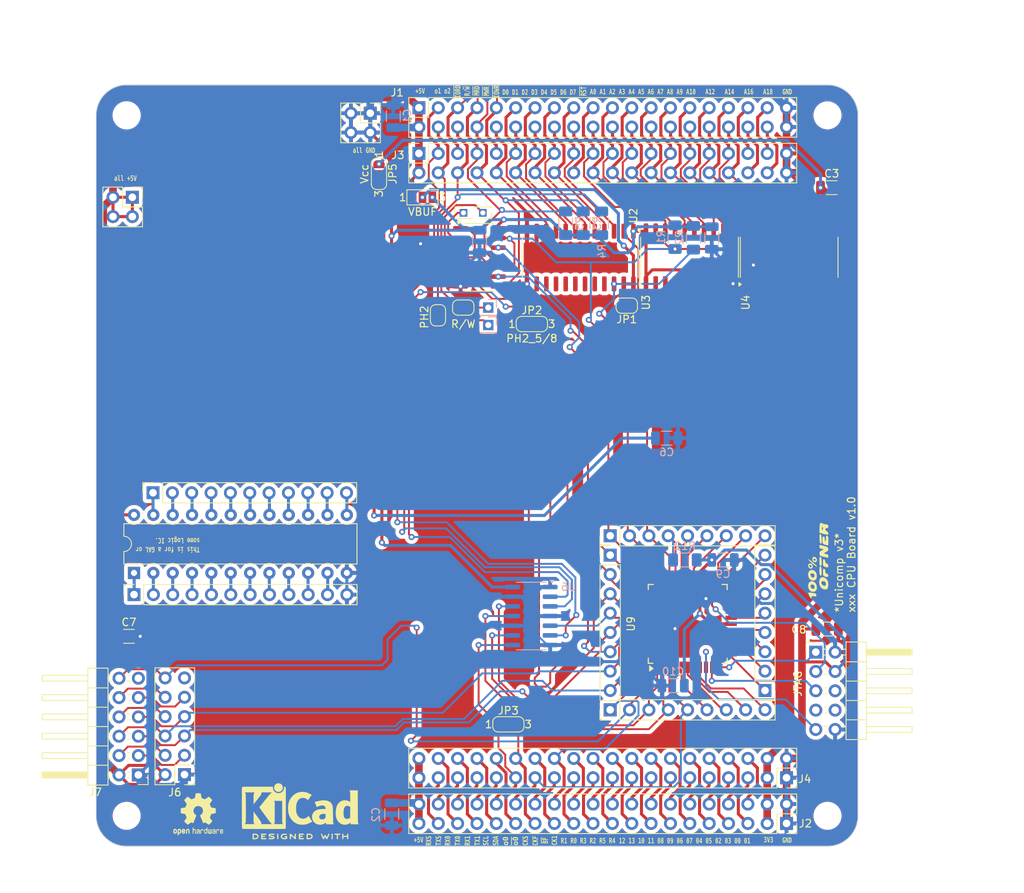
<source format=kicad_pcb>
(kicad_pcb (version 20240108) (generator "pcbnew") (generator_version "8.0")
  (layers (0 "F.Cu" signal) (31 "B.Cu" signal) (34 "B.Paste" user) (35 "F.Paste" user) (36 "B.SilkS" user "B.Silkscreen") (37 "F.SilkS" user "F.Silkscreen") (38 "B.Mask" user) (39 "F.Mask" user) (44 "Edge.Cuts" user))
  (net 0 "")
  (net 1 "GND")
  (net 2 "+5V")
  (net 3 "/A15")
  (net 4 "/A14")
  (net 5 "/A13")
  (net 6 "/A12")
  (net 7 "/A11")
  (net 8 "/A10")
  (net 9 "/A9")
  (net 10 "/A8")
  (net 11 "/A7")
  (net 12 "/A6")
  (net 13 "/A5")
  (net 14 "/A4")
  (net 15 "/A3")
  (net 16 "/A2")
  (net 17 "/A1")
  (net 18 "/A0")
  (net 19 "+3V3")
  (net 20 "/CLKF")
  (net 21 "/CLKS")
  (net 22 "/~{IOWR}")
  (net 23 "/~{MWR}")
  (net 24 "/~{MRD}")
  (net 25 "/R{slash}~{W}_e")
  (net 26 "/~{IORD}")
  (net 27 "/PHI2_e")
  (net 28 "/PHI1_e")
  (net 29 "/~{PH0}")
  (net 30 "/PH0")
  (net 31 "/Bus/~{CE_EXT12}")
  (net 32 "/Bus/~{CE_EXT7}")
  (net 33 "/TX1")
  (net 34 "/RXSTM")
  (net 35 "/RES3")
  (net 36 "/Bus/~{CE_EXT11}")
  (net 37 "/A16")
  (net 38 "/A17")
  (net 39 "/A18")
  (net 40 "/A19")
  (net 41 "/Bus/~{CE_EXT9}")
  (net 42 "/RES5")
  (net 43 "/RX1")
  (net 44 "/RX0")
  (net 45 "/Bus/~{CE_EXT8}")
  (net 46 "/Bus/~{CE_EXT10}")
  (net 47 "/Bus/~{CE_EXT4}")
  (net 48 "/RES1")
  (net 49 "/RES0")
  (net 50 "/RES2")
  (net 51 "/Bus/~{CE_EXT5}")
  (net 52 "/Bus/~{CE_EXT13}")
  (net 53 "/Bus/~{CE_EXT2}")
  (net 54 "/TX0")
  (net 55 "/Bus/~{CE_EXT3}")
  (net 56 "/RES4")
  (net 57 "/Bus/~{CE_EXT0}")
  (net 58 "/CLK1")
  (net 59 "/SCL")
  (net 60 "/Bus/~{CE_EXT1}")
  (net 61 "/Bus/~{CE_EXT6}")
  (net 62 "/SDA")
  (net 63 "+5VA")
  (net 64 "/TXSTM")
  (net 65 "/E")
  (net 66 "/RW")
  (net 67 "Net-(J35-Pin_16)")
  (net 68 "Net-(J35-Pin_13)")
  (net 69 "Net-(J35-Pin_15)")
  (net 70 "Net-(J35-Pin_22)")
  (net 71 "Net-(J35-Pin_21)")
  (net 72 "Net-(J35-Pin_19)")
  (net 73 "Net-(J35-Pin_18)")
  (net 74 "Net-(J35-Pin_23)")
  (net 75 "Net-(J35-Pin_14)")
  (net 76 "Net-(J35-Pin_17)")
  (net 77 "Net-(J35-Pin_20)")
  (net 78 "Net-(J29-Pin_3)")
  (net 79 "Net-(J29-Pin_4)")
  (net 80 "Net-(J29-Pin_6)")
  (net 81 "Net-(J29-Pin_11)")
  (net 82 "Net-(J29-Pin_10)")
  (net 83 "Net-(J29-Pin_9)")
  (net 84 "Net-(J29-Pin_1)")
  (net 85 "Net-(J29-Pin_7)")
  (net 86 "Net-(J29-Pin_2)")
  (net 87 "Net-(J29-Pin_8)")
  (net 88 "Net-(J29-Pin_5)")
  (net 89 "/CD2")
  (net 90 "/CA2")
  (net 91 "/~{IRQ}")
  (net 92 "/CA1")
  (net 93 "/CD1")
  (net 94 "/Buffers/VBuffer")
  (net 95 "Net-(J11-Pin_1)")
  (net 96 "Net-(J12-Pin_1)")
  (net 97 "/BE")
  (net 98 "/~{NMI}")
  (net 99 "/~{VP}")
  (net 100 "/~{SO}")
  (net 101 "/DDIR")
  (net 102 "/Buffers/PHI2")
  (net 103 "/CPUCLK")
  (net 104 "Net-(JP4-C)")
  (net 105 "/CD3")
  (net 106 "/CD0")
  (net 107 "/CD4")
  (net 108 "/CD5")
  (net 109 "/CD6")
  (net 110 "/CD7")
  (net 111 "/CA6")
  (net 112 "/CA3")
  (net 113 "/CA7")
  (net 114 "/CA0")
  (net 115 "/CA4")
  (net 116 "/CA5")
  (net 117 "/CA15")
  (net 118 "/CA10")
  (net 119 "/CA9")
  (net 120 "/CA12")
  (net 121 "/CA11")
  (net 122 "/CA14")
  (net 123 "/CA8")
  (net 124 "/CA13")
  (net 125 "/TMS")
  (net 126 "/TDO")
  (net 127 "/TCK")
  (net 128 "/TDI")
  (net 132 "/CP33")
  (net 133 "/CP27")
  (net 134 "/CP32")
  (net 135 "/CP22")
  (net 136 "/CP31")
  (net 137 "/CP28")
  (net 138 "/CP30")
  (net 139 "/CP23")
  (net 140 "/CP29")
  (net 141 "/CP16")
  (net 142 "/CP21")
  (net 143 "/CP19")
  (net 144 "/CP12")
  (net 145 "/CP14")
  (net 146 "/CP20")
  (net 147 "/CP18")
  (net 148 "/CP13")
  (net 149 "/CP41")
  (net 150 "/CP37")
  (net 151 "/CP38")
  (net 152 "/CP42")
  (net 153 "/CP34")
  (net 154 "/CP36")
  (net 155 "/CP39")
  (net 156 "/CP40")
  (net 157 "/CP6")
  (net 158 "/CP8")
  (net 159 "/CP43")
  (net 160 "/CP7")
  (net 161 "/CP2")
  (net 162 "/CP44")
  (net 163 "/CP1")
  (net 164 "/CP5")
  (net 165 "/DB7")
  (net 166 "/DB0")
  (net 167 "/DB2")
  (net 168 "/DB6")
  (net 169 "/DB3")
  (net 170 "/DB1")
  (net 171 "/DB5")
  (net 172 "/DB4")
  (footprint "Connector_PinSocket_2.54mm:PinSocket_2x02_P2.54mm_Vertical" (layer "F.Cu") (at 54.75 64.76)
    (property "Reference" "J30" (hide yes))
    (property "Value" "Conn_02x02_Odd_Even" (hide yes))
  )
  (footprint "Package_SO:SO-24_5.3x15mm_P1.27mm" (layer "F.Cu") (at 113.538 72.6775 -90)
    (property "Reference" "U2")
    (property "Value" "SN74LVCC3245ANSR" (hide yes))
  )
  (footprint "Connector_PinSocket_2.54mm:PinSocket_1x11_P2.54mm_Vertical" (layer "F.Cu") (at 57.461 103.571 90)
    (property "Reference" "J36" (hide yes))
    (property "Value" "Conn_01x11" (hide yes))
  )
  (footprint "Package_SO:SO-20_5.3x12.6mm_P1.27mm" (layer "F.Cu") (at 140.97 72.644 90)
    (property "Reference" "U4")
    (property "Value" "SN74LVC245ANSR" (hide yes))
  )
  (footprint "NetTie:NetTie-2_SMD_Pad0.5mm" (layer "F.Cu") (at 99.576 50.8)
    (property "Reference" "NT1" (hide yes))
    (property "Value" "RD" (hide yes))
  )
  (footprint "Connector_PinSocket_2.54mm:PinSocket_2x20_P2.54mm_Vertical" (layer "F.Cu") (at 92.367 53 90)
    (property "Reference" "J1")
    (property "Value" "BUS" (hide yes))
  )
  (footprint "Jumper:SolderJumper-2_P1.3mm_Bridged_RoundedPad1.0x1.5mm" (layer "F.Cu") (at 119.649 78.994 180)
    (property "Reference" "JP1")
    (property "Value" "RW")
  )
  (footprint "Capacitor_SMD:C_1206_3216Metric" (layer "F.Cu") (at 146.558 63.5)
    (property "Reference" "C3")
    (property "Value" "100n")
  )
  (footprint "Package_SO:SOIC-14_3.9x8.7mm_P1.27mm" (layer "F.Cu") (at 100.309001 72.644)
    (property "Reference" "U5" (hide yes))
    (property "Value" "SN74LVC125AD" (hide yes))
  )
  (footprint "Jumper:SolderJumper-2_P1.3mm_Bridged_RoundedPad1.0x1.5mm" (layer "F.Cu") (at 98.186 79.248)
    (property "Reference" "JP8" (hide yes))
    (property "Value" "R/W")
  )
  (footprint "Connector_PinSocket_2.54mm:PinSocket_2x20_P2.54mm_Vertical" (layer "F.Cu") (at 140.627 141 -90)
    (property "Reference" "J4")
    (property "Value" "Spare" (hide yes))
  )
  (footprint "Connector_PinSocket_2.54mm:PinSocket_2x02_P2.54mm_Vertical" (layer "F.Cu") (at 85.979 53.721)
    (property "Reference" "J31" (hide yes))
    (property "Value" "Conn_02x02_Odd_Even" (hide yes))
  )
  (footprint "Connector_PinHeader_2.54mm:PinHeader_1x08_P2.54mm_Vertical" (layer "F.Cu") (at 137.795 129.54 180)
    (property "Reference" "J19" (hide yes))
    (property "Value" "Conn_01x08" (hide yes))
  )
  (footprint "Capacitor_SMD:C_1206_3216Metric" (layer "F.Cu") (at 145.9466 121.4628)
    (property "Reference" "C8")
    (property "Value" "100n")
  )
  (footprint "Connector_PinHeader_2.54mm:PinHeader_1x08_P2.54mm_Vertical" (layer "F.Cu") (at 117.475 111.76)
    (property "Reference" "J20" (hide yes))
    (property "Value" "Conn_01x08" (hide yes))
  )
  (footprint "Symbol:KiCad-Logo2_6mm_SilkScreen" (layer "F.Cu") (at 76.792514 144.704848)
    (property "Reference" "H5" (hide yes))
    (property "Value" "Logo kicad" (hide yes))
  )
  (footprint "Connector_PinSocket_2.54mm:PinSocket_1x12_P2.54mm_Vertical" (layer "F.Cu") (at 54.971 116.946 90)
    (property "Reference" "J29" (hide yes))
    (property "Value" "Conn_01x12" (hide yes))
  )
  (footprint "Connector_PinHeader_2.54mm:PinHeader_2x05_P2.54mm_Horizontal" (layer "F.Cu") (at 144.46 124.5)
    (property "Reference" "J22" (hide yes))
    (property "Value" "JTAG")
  )
  (footprint "Connector_PinHeader_1.27mm:PinHeader_1x01_P1.27mm_Vertical" (layer "F.Cu") (at 100.752001 66.802 180)
    (property "Reference" "J12" (hide yes))
    (property "Value" "Conn_01x01" (hide yes))
  )
  (footprint "Jumper:SolderJumper-3_P1.3mm_Open_Pad1.0x1.5mm_NumberLabels" (layer "F.Cu") (at 92.837 64.77)
    (property "Reference" "JP4" (hide yes))
    (property "Value" "VBUF")
  )
  (footprint "Symbol:OSHW-Logo2_7.3x6mm_SilkScreen" (layer "F.Cu") (at 63.4 145.8)
    (property "Reference" "H6" (hide yes))
    (property "Value" "Logo Open Source Hardware" (hide yes))
  )
  (footprint "Connector_PinSocket_2.54mm:PinSocket_2x20_P2.54mm_Vertical" (layer "F.Cu") (at 140.627 147 -90)
    (property "Reference" "J2")
    (property "Value" "BUS" (hide yes))
  )
  (footprint "Connector_PinHeader_2.54mm:PinHeader_2x06_P2.54mm_Horizontal" (layer "F.Cu") (at 55.54 140.627 180)
    (property "Reference" "J7")
    (property "Value" "Outside")
  )
  (footprint "Connector_PinHeader_2.54mm:PinHeader_1x09_P2.54mm_Vertical" (layer "F.Cu") (at 117.475 109.22 90)
    (property "Reference" "J18" (hide yes))
    (property "Value" "Conn_01x09" (hide yes))
  )
  (footprint "Jumper:SolderJumper-3_P1.3mm_Open_RoundedPad1.0x1.5mm_NumberLabels" (layer "F.Cu") (at 87.122 61.692 -90)
    (property "Reference" "JP5")
    (property "Value" "Vcc")
  )
  (footprint "MountingHole:MountingHole_3.2mm_M3" (layer "F.Cu") (at 146 54)
    (property "Reference" "H3" (hide yes))
    (property "Value" "M3" (hide yes))
  )
  (footprint "Connector_PinHeader_2.54mm:PinHeader_1x09_P2.54mm_Vertical" (layer "F.Cu") (at 117.475 132.08 90)
    (property "Reference" "J21" (hide yes))
    (property "Value" "Conn_01x09" (hide yes))
  )
  (footprint "Connector_PinHeader_1.27mm:PinHeader_1x01_P1.27mm_Vertical" (layer "F.Cu") (at 98.212001 66.802)
    (property "Reference" "J11" (hide yes))
    (property "Value" "Conn_01x01" (hide yes))
  )
  (footprint "Jumper:SolderJumper-3_P1.3mm_Open_RoundedPad1.0x1.5mm_NumberLabels" (layer "F.Cu") (at 107.188 81.407)
    (property "Reference" "JP2")
    (property "Value" "PH2_5/8")
  )
  (footprint "Package_DIP:DIP-24_W7.62mm" (layer "F.Cu") (at 54.966 114.096 90)
    (property "Reference" "J35" (hide yes))
    (property "Value" "GAL_20x10" (hide yes))
  )
  (footprint "Jumper:SolderJumper-3_P1.3mm_Open_RoundedPad1.0x1.5mm_NumberLabels" (layer "F.Cu") (at 104.11 133.985)
    (property "Reference" "JP3")
    (property "Value" "CLK")
  )
  (footprint "Connector_PinSocket_2.54mm:PinSocket_2x20_P2.54mm_Vertical" (layer "F.Cu") (at 92.367 59 90)
    (property "Reference" "J3")
    (property "Value" "Spare" (hide yes))
  )
  (footprint "my_own:Logo_100ProzentOffner_10x2.7mm" (layer "F.Cu") (at 144.78 112.522 90)
    (property "Reference" "G***" (hide yes))
    (property "Value" "LOGO" (hide yes))
  )
  (footprint "Connector_PinHeader_2.54mm:PinHeader_2x06_P2.54mm_Vertical" (layer "F.Cu") (at 61.595 140.589 180)
    (property "Reference" "J6")
    (property "Value" "Spare")
  )
  (footprint "Jumper:SolderJumper-2_P1.3mm_Bridged_RoundedPad1.0x1.5mm" (layer "F.Cu") (at 94.869 80.264 -90)
    (property "Reference" "JP9" (hide yes))
    (property "Value" "PH2")
  )
  (footprint "Package_QFP:TQFP-44_10x10mm_P0.8mm" (layer "F.Cu") (at 127.65 120.79 90)
    (property "Reference" "U9")
    (property "Value" "XC9572VQ44")
  )
  (footprint "MountingHole:MountingHole_3.2mm_M3" (layer "F.Cu") (at 54 54)
    (property "Reference" "H1" (hide yes))
    (property "Value" "M3" (hide yes))
  )
  (footprint "Package_SO:SO-20_5.3x12.6mm_P1.27mm" (layer "F.Cu") (at 127.889 72.644 90)
    (property "Reference" "U3")
    (property "Value" "SN74LVC245ANSR" (hide yes))
  )
  (footprint "MountingHole:MountingHole_3.2mm_M3" (layer "F.Cu") (at 54 146)
    (property "Reference" "H2" (hide yes))
    (property "Value" "M3" (hide yes))
  )
  (footprint "Capacitor_SMD:C_1206_3216Metric" (layer "F.Cu") (at 54.307 122.428)
    (property "Reference" "C7")
    (property "Value" "100n")
  )
  (footprint "NetTie:NetTie-2_SMD_Pad0.5mm" (layer "F.Cu") (at 102.116 50.8 180)
    (property "Reference" "NT2" (hide yes))
    (property "Value" "WR" (hide yes))
  )
  (footprint "MountingHole:MountingHole_3.2mm_M3" (layer "F.Cu") (at 146 146)
    (property "Reference" "H4" (hide yes))
    (property "Value" "M3" (hide yes))
  )
  (footprint "Capacitor_SMD:C_1206_3216Metric" (layer "B.Cu") (at 88.8 145.775 -90)
    (property "Reference" "C2")
    (property "Value" "100n")
  )
  (footprint "Resistor_SMD:R_1206_3216Metric_Pad1.30x1.75mm_HandSolder" (layer "B.Cu") (at 111.633 68.173 90)
    (property "Reference" "R5")
    (property "Value" "1k")
  )
  (footprint "Capacitor_SMD:C_1206_3216Metric" (layer "B.Cu") (at 124.89 96.393)
    (property "Reference" "C6")
    (property "Value" "100n")
  )
  (footprint "Connector_PinHeader_2.00mm:PinHeader_1x01_P2.00mm_Vertical" (layer "B.Cu") (at 101.473 81.534 180)
    (property "Reference" "J8" (hide yes))
    (property "Value" "Conn_01x01" (hide yes))
  )
  (footprint "Resistor_SMD:R_1206_3216Metric_Pad1.30x1.75mm_HandSolder" (layer "B.Cu") (at 116.332 68.173 90)
    (property "Reference" "R4")
    (property "Value" "1k" (hide yes))
  )
  (footprint "Capacitor_SMD:C_1206_3216Metric" (layer "B.Cu") (at 100.33 70.563 -90)
    (property "Reference" "C5" (hide yes))
    (property "Value" "100n" (hide yes))
  )
  (footprint "Connector_PinHeader_2.00mm:PinHeader_1x01_P2.00mm_Vertical" (layer "B.Cu") (at 101.473 79.248 180)
    (property "Reference" "J9" (hide yes))
    (property "Value" "Conn_01x01" (hide yes))
  )
  (footprint "Resistor_SMD:R_1206_3216Metric_Pad1.30x1.75mm_HandSolder" (layer "B.Cu") (at 127.28 112.395 180)
    (property "Reference" "R12")
    (property "Value" "10k")
  )
  (footprint "Capacitor_SMD:C_1206_3216Metric" (layer "B.Cu") (at 132.285 112.395)
    (property "Reference" "C9")
    (property "Value" "100n")
  )
  (footprint "Capacitor_SMD:C_1206_3216Metric" (layer "B.Cu") (at 125.73 128.905 180)
    (property "Reference" "C10")
    (property "Value" "100n")
  )
  (footprint "Capacitor_SMD:C_1206_3216Metric" (layer "B.Cu") (at 89 54.125 90)
    (property "Reference" "C1")
    (property "Value" "100n" (hide yes))
  )
  (footprint "Resistor_SMD:R_1206_3216Metric_Pad1.30x1.75mm_HandSolder" (layer "B.Cu") (at 113.919 68.173 90)
    (property "Reference" "R3")
    (property "Value" "1k")
  )
  (footprint "Resistor_SMD:R_1206_3216Metric_Pad1.30x1.75mm_HandSolder" (layer "B.Cu") (at 125.984 70.003 -90)
    (property "Reference" "R1")
    (property "Value" "10k")
  )
  (footprint "Resistor_SMD:R_1206_3216Metric_Pad1.30x1.75mm_HandSolder" (layer "B.Cu") (at 128.397 70.078 -90)
    (property "Reference" "R2")
    (property "Value" "10k")
  )
  (footprint "Package_SO:SOIC-14_3.9x8.7mm_P1.27mm" (layer "B.Cu") (at 107.123 119.761 180)
    (property "Reference" "U6")
    (property "Value" "SN74LVC125AD" (hide yes))
  )
  (footprint "Capacitor_SMD:C_1206_3216Metric" (layer "B.Cu") (at 130.81 70.104 -90)
    (property "Reference" "C4" (hide yes))
    (property "Value" "100n" (hide yes))
  )
  (gr_line (start 50 54) (end 50 146) (stroke (width 0.1)) (layer "Edge.Cuts"))
  (gr_arc (start 50 54) (mid 51.171571 51.17157) (end 54 50) (stroke (width 0.1)) (layer "Edge.Cuts"))
  (gr_arc (start 146 50) (mid 148.828425 51.171573) (end 150 54) (stroke (width 0.1)) (layer "Edge.Cuts"))
  (gr_arc (start 150 146) (mid 148.828425 148.828424) (end 146 149.999995) (stroke (width 0.1)) (layer "Edge.Cuts"))
  (gr_line (start 150 146) (end 150 54) (stroke (width 0.1)) (layer "Edge.Cuts"))
  (gr_line (start 146 50) (end 54 50) (stroke (width 0.1)) (layer "Edge.Cuts"))
  (gr_arc (start 54 150) (mid 51.171571 148.828427) (end 50 146) (stroke (width 0.1)) (layer "Edge.Cuts"))
  (gr_line (start 146 150) (end 54 150) (stroke (width 0.1)) (layer "Edge.Cuts"))
  (gr_text "TXS" (at 95.4 149.9 90) (layer "F.SilkS") (effects (font (size 0.7 0.5) (thickness 0.1) (bold yes)) (justify left bottom)))
  (gr_text "CKF" (at 108.1 149.9 90) (layer "F.SilkS") (effects (font (size 0.7 0.5) (thickness 0.1) (bold yes)) (justify left bottom)))
  (gr_text "all +5V\n" (at 52.375 62.725 0) (layer "F.SilkS") (effects (font (size 0.7 0.5) (thickness 0.1) (bold yes)) (justify left bottom)))
  (gr_text "all GND\n" (at 83.693 59.055 0) (layer "F.SilkS") (effects (font (size 0.7 0.5) (thickness 0.1) (bold yes)) (justify left bottom)))
  (gr_text "+5V   o1 o2" (at 91.8972 51.2572 0) (layer "F.SilkS") (effects (font (size 0.7 0.5) (thickness 0.1) (bold yes)) (justify left bottom)))
  (gr_text "TX0" (at 97.9 149.9 90) (layer "F.SilkS") (effects (font (size 0.7 0.5) (thickness 0.1) (bold yes)) (justify left bottom)))
  (gr_text "SCL" (at 101.6 149.9 90) (layer "F.SilkS") (effects (font (size 0.7 0.5) (thickness 0.1) (bold yes)) (justify left bottom)))
  (gr_text "3V3" (at 137.6172 149.606 0) (layer "F.SilkS") (effects (font (size 0.7 0.5) (thickness 0.1) (bold yes)) (justify left bottom)))
  (gr_text "This is for a GAL or\nsome Logic IC." (at 63.602 109.397 180) (layer "F.SilkS") (effects (font (size 0.7 0.5) (thickness 0.1) (bold yes)) (justify left bottom)))
  (gr_text "R/~{W}" (at 99.1616 51.4604 90) (layer "F.SilkS") (effects (font (size 0.7 0.5) (thickness 0.1) (bold yes)) (justify left bottom)))
  (gr_text "~{BF}" (at 109.41174 149.658466 90) (layer "F.SilkS") (effects (font (size 0.7 0.5) (thickness 0.1) (bold yes)) (justify left bottom)))
  (gr_text "~{RST}" (at 114.4524 51.4604 90) (layer "F.SilkS") (effects (font (size 0.7 0.5) (thickness 0.1) (bold yes)) (justify left bottom)))
  (gr_text "~{o0}" (at 105.5 149.9 90) (layer "F.SilkS") (effects (font (size 0.7 0.7) (thickness 0.1) (bold yes)) (justify left bottom)))
  (gr_text "~{IOWR}" (at 103.0224 51.7144 90) (layer "F.SilkS") (effects (font (size 0.7 0.5) (thickness 0.1) (bold yes)) (justify left bottom)))
  (gr_text "D0 D1 D2 D3 D4 D5 D6 D7" (at 103.3272 51.4096 0) (layer "F.SilkS") (effects (font (size 0.7 0.5) (thickness 0.1) (bold yes)) (justify left bottom)))
  (gr_text "*Unicomp v3*\nxxx CPU Board v1.0" (at 148.336 119.38 90) (layer "F.SilkS") (effects (font (size 1 1)) (justify left)))
  (gr_text "RXS" (at 94.1 149.9 90) (layer "F.SilkS") (effects (font (size 0.7 0.5) (thickness 0.1) (bold yes)) (justify left bottom)))
  (gr_text "+5V" (at 91.694 149.606 0) (layer "F.SilkS") (effects (font (size 0.7 0.5) (thickness 0.1) (bold yes)) (justify left bottom)))
  (gr_text "SDA" (at 102.9 149.9 90) (layer "F.SilkS") (effects (font (size 0.7 0.5) (thickness 0.1) (bold yes)) (justify left bottom)))
  (gr_text "RX0" (at 96.6 149.9 90) (layer "F.SilkS") (effects (font (size 0.7 0.5) (thickness 0.1) (bold yes)) (justify left bottom)))
  (gr_text "~{MRD}\n" (at 100.4316 51.4096 90) (layer "F.SilkS") (effects (font (size 0.7 0.5) (thickness 0.1) (bold yes)) (justify left bottom)))
  (gr_text "RX1" (at 99.2 149.9 90) (layer "F.SilkS") (effects (font (size 0.7 0.5) (thickness 0.1) (bold yes)) (justify left bottom)))
  (gr_text "R1 R0 R3 R2 R5 R4" (at 110.998 149.733 0) (layer "F.SilkS") (effects (font (size 0.7 0.5) (thickness 0.1) (bold yes)) (justify left bottom)))
  (gr_text "o0" (at 104.2 149.9 90) (layer "F.SilkS") (effects (font (size 0.7 0.7) (thickness 0.1) (bold yes)) (justify left bottom)))
  (gr_text "~{MWR}" (at 101.7016 51.4604 90) (layer "F.SilkS") (effects (font (size 0.7 0.5) (thickness 0.1) (bold yes)) (justify left bottom)))
  (gr_text "~{IORD}" (at 97.9424 51.7144 90) (layer "F.SilkS") (effects (font (size 0.7 0.5) (thickness 0.1) (bold yes)) (justify left bottom)))
  (gr_text "12 13 10 11 08 09 06 07 04 05 02 03 00 01" (at 118.618 149.733 0) (layer "F.SilkS") (effects (font (size 0.7 0.5) (thickness 0.1) (bold yes)) (justify left bottom)))
  (gr_text "CKS" (at 106.8 149.9 90) (layer "F.SilkS") (effects (font (size 0.7 0.5) (thickness 0.1) (bold yes)) (justify left bottom)))
  (gr_text "TX1" (at 100.5 149.9 90) (layer "F.SilkS") (effects (font (size 0.7 0.5) (thickness 0.1) (bold yes)) (justify left bottom)))
  (gr_text "CK1" (at 110.617 149.86 90) (layer "F.SilkS") (effects (font (size 0.7 0.5) (thickness 0.1) (bold yes)) (justify left bottom)))
  (gr_text "A0 A1 A2 A3 A4 A5 A6 A7 A8 A9 A10   A12   A14   A16   A18   GND\n" (at 114.808 51.3588 0) (layer "F.SilkS") (effects (font (size 0.7 0.5) (thickness 0.1) (bold yes)) (justify left bottom)))
  (gr_text "GND" (at 140.0556 149.6568 0) (layer "F.SilkS") (effects (font (size 0.7 0.5) (thickness 0.1) (bold yes)) (justify left bottom)))
  (segment (start 149.4384 134.66) (end 149.5 134.7216) (width 0.4) (layer "F.Cu") (net 1))
  (segment (start 90.512 68.795) (end 92.583 70.866) (width 0.4) (layer "F.Cu") (net 1))
  (segment (start 126.05 121.478) (end 125.984 121.412) (width 0.4) (layer "F.Cu") (net 1))
  (segment (start 147 134.66) (end 149.4384 134.66) (width 0.4) (layer "F.Cu") (net 1))
  (segment (start 147 124.5) (end 149.46 124.5) (width 0.4) (layer "F.Cu") (net 1))
  (segment (start 149.5 134.7216) (end 149.5 136.1) (width 1) (layer "F.Cu") (net 1))
  (segment (start 106.553 76.14) (end 106.553 76.139978) (width 0.4) (layer "F.Cu") (net 1))
  (segment (start 149.46 124.5) (end 149.5 124.46) (width 0.4) (layer "F.Cu") (net 1))
  (segment (start 147.14 138.46) (end 140.627 138.46) (width 1) (layer "F.Cu") (net 1))
  (segment (start 140.627 53) (end 140.627 61.54) (width 1) (layer "F.Cu") (net 1))
  (segment (start 131.585 120.79) (end 133.35 120.79) (width 0.4) (layer "F.Cu") (net 1))
  (segment (start 147.4216 121.4628) (end 149.2968 121.4628) (width 0.4) (layer "F.Cu") (net 1))
  (segment (start 149.5 63.627) (end 149.5 89.789) (width 1) (layer "F.Cu") (net 1))
  (segment (start 90.512 60.794) (end 90.512 68.795) (width 0.4) (layer "F.Cu") (net 1))
  (segment (start 140.627 138.46) (end 140.627 147) (width 1) (layer "F.Cu") (net 1))
  (segment (start 130.05 115.09) (end 130.05 117.475) (width 0.4) (layer "F.Cu") (net 1))
  (segment (start 145.225999 73.66) (end 136.271 73.66) (width 0.4) (layer "F.Cu") (net 1))
  (segment (start 130.05 117.475) (end 130.05 119.255) (width 0.4) (layer "F.Cu") (net 1))
  (segment (start 148.033 63.5) (end 149.373 63.5) (width 0.4) (layer "F.Cu") (net 1))
  (segment (start 146.685 76.1065) (end 147.4 75.3915) (width 0.4) (layer "F.Cu") (net 1))
  (segment (start 147.94 61.54) (end 149.5 63.1) (width 1) (layer "F.Cu") (net 1))
  (segment (start 140.915 61.54) (end 140.627 61.54) (width 0.4) (layer "F.Cu") (net 1))
  (segment (start 146.685 75.119001) (end 145.225999 73.66) (width 0.4) (layer "F.Cu") (net 1))
  (segment (start 106.553 69.215) (end 106.553 76.139978) (width 0.4) (layer "F.Cu") (net 1))
  (segment (start 126.05 126.49) (end 126.05 121.478) (width 0.4) (layer "F.Cu") (net 1))
  (segment (start 140.627 61.54) (end 147.94 61.54) (width 1) (layer "F.Cu") (net 1))
  (segment (start 146.685 76.1065) (end 146.685 75.119001) (width 0.4) (layer "F.Cu") (net 1))
  (segment (start 147.4 75.3915) (end 147.4 68.025) (width 0.4) (layer "F.Cu") (net 1))
  (segment (start 149.5 89.789) (end 149.5 121.666) (width 1) (layer "F.Cu") (net 1))
  (segment (start 106.553 69.215) (end 107.823 69.215) (width 0.4) (layer "F.Cu") (net 1))
  (segment (start 149.5 121.666) (end 149.5 124.46) (width 1) (layer "F.Cu") (net 1))
  (segment (start 147.4 68.025) (end 140.915 61.54) (width 0.4) (layer "F.Cu") (net 1))
  (segment (start 149.5 63.1) (end 149.5 63.627) (width 1) (layer "F.Cu") (net 1))
  (segment (start 149.5 124.46) (end 149.5 134.7216) (width 1) (layer "F.Cu") (net 1))
  (segment (start 149.2968 121.4628) (end 149.5 121.666) (width 0.4) (layer "F.Cu") (net 1))
  (segment (start 149.373 63.5) (end 149.5 63.627) (width 0.4) (layer "F.Cu") (net 1))
  (segment (start 130.05 119.255) (end 131.585 120.79) (width 0.4) (layer "F.Cu") (net 1))
  (segment (start 85.979 56.261) (end 90.512 60.794) (width 0.4) (layer "F.Cu") (net 1))
  (segment (start 149.5 136.1) (end 147.14 138.46) (width 1) (layer "F.Cu") (net 1))
  (via (at 55.782 122.428) (size 0.8) (drill 0.4) (layers "F.Cu" "B.Cu") (net 1))
  (via (at 136.271 73.66) (size 0.8) (drill 0.4) (layers "F.Cu" "B.Cu") (net 1))
  (via (at 130.05 117.475) (size 0.8) (drill 0.4) (layers "F.Cu" "B.Cu") (net 1))
  (via (at 92.583 70.866) (size 0.8) (drill 0.4) (layers "F.Cu" "B.Cu") (net 1))
  (via (at 133.604 76.1065) (size 0.8) (drill 0.4) (layers "F.Cu" "B.Cu") (net 1))
  (via (at 125.984 121.412) (size 0.8) (drill 0.4) (layers "F.Cu" "B.Cu") (net 1))
  (via (at 106.553 76.139978) (size 0.8) (drill 0.4) (layers "F.Cu" "B.Cu") (net 1))
  (via (at 97.834001 76.454) (size 0.8) (drill 0.4) (layers "F.Cu" "B.Cu") (net 1))
  (segment (start 106.9975 120.710592) (end 106.677092 121.031) (width 0.25) (layer "B.Cu") (net 1))
  (segment (start 90.85 50.8) (end 89 52.65) (width 1) (layer "B.Cu") (net 1))
  (segment (start 56.79 139.377) (end 56.79 123.436) (width 0.4) (layer "B.Cu") (net 1))
  (segment (start 109.598 123.571) (end 112.395 123.571) (width 0.4) (layer "B.Cu") (net 1))
  (segment (start 83.439 56.261) (end 85.979 56.261) (width 0.4) (layer "B.Cu") (net 1))
  (segment (start 104.648 121.031) (end 106.677092 121.031) (width 0.25) (layer "B.Cu") (net 1))
  (segment (start 112.395 123.571) (end 114.574 125.75) (width 0.4) (layer "B.Cu") (net 1))
  (segment (start 83.439 53.721) (end 83.439 56.261) (width 0.4) (layer "B.Cu") (net 1))
  (segment (start 141.224 85.598) (end 133.604 77.978) (width 0.4) (layer "B.Cu") (net 1))
  (segment (start 133.604 77.978) (end 133.604 76.1065) (width 0.4) (layer "B.Cu") (net 1))
  (segment (start 104.648 117.221) (end 105.664 117.221) (width 0.25) (layer "B.Cu") (net 1))
  (segment (start 141.812081 118.11) (end 147 123.297919) (width 0.4) (layer "B.Cu") (net 1))
  (segment (start 61.54 141.66) (end 61.54 140.627) (width 1) (layer "B.Cu") (net 1))
  (segment (start 137.297233 118.11) (end 141.812081 118.11) (width 0.4) (layer "B.Cu") (net 1))
  (segment (start 124.255 128.905) (end 124.255 123.141) (width 0.4) (layer "B.Cu") (net 1))
  (segment (start 133.604 74.373) (end 133.604 76.1065) (width 0.4) (layer "B.Cu") (net 1))
  (segment (start 121.1 125.75) (end 124.255 128.905) (width 0.4) (layer "B.Cu") (net 1))
  (segment (start 90.85 50.8) (end 86.614 50.8) (width 1) (layer "B.Cu") (net 1))
  (segment (start 102.174978 76.139978) (end 106.553 76.139978) (width 0.4) (layer "B.Cu") (net 1))
  (segment (start 109.598 115.951) (end 108.623001 115.951) (width 0.25) (layer "B.Cu") (net 1))
  (segment (start 130.81 71.579) (end 133.604 74.373) (width 0.4) (layer "B.Cu") (net 1))
  (segment (start 92.583 70.866) (end 92.583 71.501) (width 0.4) (layer "B.Cu") (net 1))
  (segment (start 100.33 72.038) (end 100.33 74.295) (width 0.4) (layer "B.Cu") (net 1))
  (segment (start 133.76 114.572767) (end 137.297233 118.11) (width 0.4) (layer "B.Cu") (net 1))
  (segment (start 108.204 119.761) (end 109.598 119.761) (width 0.25) (layer "B.Cu") (net 1))
  (segment (start 140.627 53) (end 138.427 50.8) (width 1) (layer "B.Cu") (net 1))
  (segment (start 97.834001 74.533999) (end 97.834001 76.454) (width 0.4) (layer "B.Cu") (net 1))
  (segment (start 100.33 72.038) (end 97.834001 74.533999) (width 0.4) (layer "B.Cu") (net 1))
  (segment (start 92.583 71.501) (end 93.12 72.038) (width 0.4) (layer "B.Cu") (net 1))
  (segment (start 133.76 113.765) (end 130.05 117.475) (width 0.4) (layer "B.Cu") (net 1))
  (segment (start 124.255 123.141) (end 125.984 121.412) (width 0.4) (layer "B.Cu") (net 1))
  (segment (start 107.353001 117.221) (end 104.648 117.221) (width 0.25) (layer "B.Cu") (net 1))
  (segment (start 85.979 56.261) (end 85.979 53.721) (width 0.4) (layer "B.Cu") (net 1))
  (segment (start 93.12 72.038) (end 100.33 72.038) (width 0.4) (layer "B.Cu") (net 1))
  (segment (start 106.9975 118.5545) (end 106.9975 120.710592) (width 0.25) (layer "B.Cu") (net 1))
  (segment (start 100.33 74.295) (end 102.174978 76.139978) (width 0.4) (layer "B.Cu") (net 1))
  (segment (start 55.54 140.627) (end 56.79 139.377) (width 0.4) (layer "B.Cu") (net 1))
  (segment (start 141.224 94.234) (end 141.224 85.598) (width 0.4) (layer "B.Cu") (net 1))
  (segment (start 138.427 50.8) (end 90.85 50.8) (width 1) (layer "B.Cu") (net 1))
  (segment (start 130.05 117.475) (end 126.113 121.412) (width 0.4) (layer "B.Cu") (net 1))
  (segment (start 136.271 73.66) (end 136.0505 73.66) (width 0.4) (layer "B.Cu") (net 1))
  (segment (start 106.677092 121.031) (end 109.217092 123.571) (width 0.25) (layer "B.Cu") (net 1))
  (segment (start 86.614 50.8) (end 85.979 51.435) (width 1) (layer "B.Cu") (net 1))
  (segment (start 114.574 125.75) (end 121.1 125.75) (width 0.4) (layer "B.Cu") (net 1))
  (segment (start 133.76 112.395) (end 133.76 113.765) (width 0.4) (layer "B.Cu") (net 1))
  (segment (start 82.906 114.096) (end 82.906 116.941) (width 0.4) (layer "B.Cu") (net 1))
  (segment (start 105.664 117.221) (end 106.9975 118.5545) (width 0.25) (layer "B.Cu") (net 1))
  (segment (start 85.979 51.435) (end 85.979 53.721) (width 1) (layer "B.Cu") (net 1))
  (segment (start 56.79 123.436) (end 55.782 122.428) (width 0.4) (layer "B.Cu") (net 1))
  (segment (start 57.09 142.177) (end 61.023 142.177) (width 1) (layer "B.Cu") (net 1))
  (segment (start 108.623001 115.951) (end 107.353001 117.221) (width 0.25) (layer "B.Cu") (net 1))
  (segment (start 61.023 142.177) (end 61.54 141.66) (width 1) (layer "B.Cu") (net 1))
  (segment (start 147 123.297919) (end 147 124.5) (width 0.4) (layer "B.Cu") (net 1))
  (segment (start 126.113 121.412) (end 125.984 121.412) (width 0.4) (layer "B.Cu") (net 1))
  (segment (start 106.9975 118.5545) (end 108.204 119.761) (width 0.25) (layer "B.Cu") (net 1))
  (segment (start 126.365 96.393) (end 139.065 96.393) (width 0.4) (layer "B.Cu") (net 1))
  (segment (start 109.217092 123.571) (end 109.598 123.571) (width 0.25) (layer "B.Cu") (net 1))
  (segment (start 139.065 96.393) (end 141.224 94.234) (width 0.4) (layer "B.Cu") (net 1))
  (segment (start 133.76 112.395) (end 133.76 114.572767) (width 0.4) (layer "B.Cu") (net 1))
  (segment (start 136.0505 73.66) (end 133.604 76.1065) (width 0.4) (layer "B.Cu") (net 1))
  (segment (start 85.979 53.721) (end 83.439 53.721) (width 0.4) (layer "B.Cu") (net 1))
  (segment (start 55.54 140.627) (end 57.09 142.177) (width 1) (layer "B.Cu") (net 1))
  (segment (start 50.927 106.68) (end 50.927 122.428) (width 1) (layer "F.Cu") (net 2))
  (segment (start 54.75 64.76) (end 52.21 64.76) (width 0.4) (layer "F.Cu") (net 2))
  (segment (start 52.832 122.428) (end 50.927 122.428) (width 0.4) (layer "F.Cu") (net 2))
  (segment (start 58.355 55.92) (end 52.21 62.065) (width 1) (layer "F.Cu") (net 2))
  (segment (start 53 140.627) (end 54.25 139.377) (width 0.4) (layer "F.Cu") (net 2))
  (segment (start 85.725 62.992) (end 85.6615 63.0555) (width 0.4) (layer "F.Cu") (net 2))
  (segment (start 87.63 96.901) (end 87.757 96.901) (width 0.4) (layer "F.Cu") (net 2))
  (segment (start 52.21 64.76) (end 52.21 67.3) (width 0.4) (layer "F.Cu") (net 2))
  (segment (start 59.925 51.65) (end 58.355 53.22) (width 1) (layer "F.Cu") (net 2))
  (segment (start 92.367 53) (end 92.367 61.54) (width 1) (layer "F.Cu") (net 2))
  (segment (start 54.25 139.377) (end 57.75 139.377) (width 0.4) (layer "F.Cu") (net 2))
  (segment (start 50.927 122.428) (end 50.927 138.554) (width 1) (layer "F.Cu") (net 2))
  (segment (start 87.757 65.151) (end 85.6615 63.0555) (width 0.4) (layer "F.Cu") (net 2))
  (segment (start 52.21 67.3) (end 54.75 67.3) (width 0.4) (layer "F.Cu") (net 2))
  (segment (start 52.21 64.76) (end 50.927 66.043) (width 1) (layer "F.Cu") (net 2))
  (segment (start 91.017 51.65) (end 81.28 51.65) (width 1) (layer "F.Cu") (net 2))
  (segment (start 87.122 62.992) (end 85.725 62.992) (width 0.4) (layer "F.Cu") (net 2))
  (segment (start 53 140.627) (end 54.25 141.877) (width 0.4) (layer "F.Cu") (net 2))
  (segment (start 57.75 141.877) (end 59 140.627) (width 0.4) (layer "F.Cu") (net 2))
  (segment (start 91.537 64.77) (end 91.537 62.37) (width 0.4) (layer "F.Cu") (net 2))
  (segment (start 54.966 106.476) (end 51.131 106.476) (width 0.4) (layer "F.Cu") (net 2))
  (segment (start 92.367 53) (end 91.017 51.65) (width 1) (layer "F.Cu") (net 2))
  (segment (start 58.355 53.22) (end 58.355 55.92) (width 1) (layer "F.Cu") (net 2))
  (segment (start 86.487 98.044) (end 86.487 106.553) (width 0.4) (layer "F.Cu") (net 2))
  (segment (start 54.25 141.877) (end 57.75 141.877) (width 0.4) (layer "F.Cu") (net 2))
  (segment (start 81.28 51.65) (end 81.28 58.674) (width 0.4) (layer "F.Cu") (net 2))
  (segment (start 50.927 66.043) (end 50.927 106.68) (width 1) (layer "F.Cu") (net 2))
  (segment (start 54.75 64.76) (end 54.75 67.3) (width 0.4) (layer "F.Cu") (net 2))
  (segment (start 57.75 139.377) (end 59 140.627) (width 0.4) (layer "F.Cu") (net 2))
  (segment (start 85.6615 63.0555) (end 81.28 58.674) (width 0.4) (layer "F.Cu") (net 2))
  (segment (start 87.757 96.901) (end 87.757 65.151) (width 0.4) (layer "F.Cu") (net 2))
  (segment (start 86.487 98.044) (end 87.63 96.901) (width 0.4) (layer "F.Cu") (net 2))
  (segment (start 52.21 62.065) (end 52.21 64.76) (width 1) (layer "F.Cu") (net 2))
  (segment (start 91.537 62.37) (end 92.367 61.54) (width 0.4) (layer "F.Cu") (net 2))
  (segment (start 51.131 106.476) (end 50.927 106.68) (width 0.4) (layer "F.Cu") (net 2))
  (segment (start 81.28 51.65) (end 59.925 51.65) (width 1) (layer "F.Cu") (net 2))
  (segment (start 50.927 138.554) (end 53 140.627) (width 1) (layer "F.Cu") (net 2))
  (via (at 86.487 106.553) (size 0.8) (drill 0.4) (layers "F.Cu" "B.Cu") (net 2))
  (segment (start 89 55.6) (end 92.307 55.6) (width 1) (layer "B.Cu") (net 2))
  (segment (start 108.839 106.553) (end 86.487 106.553) (width 0.4) (layer "B.Cu") (net 2))
  (segment (start 108.839 106.553) (end 118.999 96.393) (width 0.4) (layer "B.Cu") (net 2))
  (segment (start 123.415 96.393) (end 118.999 96.393) (width 0.4) (layer "B.Cu") (net 2))
  (segment (start 134.275 60.285) (end 133.025 61.535) (width 0.4) (layer "F.Cu") (net 3))
  (segment (start 133.025 56.752) (end 134.275 58.002) (width 0.4) (layer "F.Cu") (net 3))
  (segment (start 146.685 68.194001) (end 146.685 69.1815) (width 0.25) (layer "F.Cu") (net 3))
  (segment (start 141.482999 62.992) (end 146.685 68.194001) (width 0.25) (layer "F.Cu") (net 3))
  (segment (start 134.275 58.002) (end 134.275 60.285) (width 0.4) (layer "F.Cu") (net 3))
  (segment (start 133.025 55.535) (end 133.025 56.752) (width 0.4) (layer "F.Cu") (net 3))
  (segment (start 133.052168 61.54) (end 134.504168 62.992) (width 0.25) (layer "F.Cu") (net 3))
  (segment (start 134.504168 62.992) (end 141.482999 62.992) (width 0.25) (layer "F.Cu") (net 3))
  (segment (start 133.007 61.54) (end 133.052168 61.54) (width 0.25) (layer "F.Cu") (net 3))
  (segment (start 145.415 69.1815) (end 145.415 67.621496) (width 0.25) (layer "F.Cu") (net 4))
  (segment (start 131.755 56.657) (end 133.025 57.927) (width 0.4) (layer "F.Cu") (net 4))
  (segment (start 131.832 61.053299) (end 133.007 59.878299) (width 0.25) (layer "F.Cu") (net 4))
  (segment (start 133.025 57.927) (end 133.025 58.995) (width 0.4) (layer "F.Cu") (net 4))
  (segment (start 145.415 67.621496) (end 141.235504 63.442) (width 0.25) (layer "F.Cu") (net 4))
  (segment (start 133.007 59.878299) (end 133.007 59) (width 0.25) (layer "F.Cu") (net 4))
  (segment (start 133.07915 63.442) (end 131.832 62.19485) (width 0.25) (layer "F.Cu") (net 4))
  (segment (start 131.832 62.19485) (end 131.832 61.053299) (width 0.25) (layer "F.Cu") (net 4))
  (segment (start 141.235504 63.442) (end 133.07915 63.442) (width 0.25) (layer "F.Cu") (net 4))
  (segment (start 131.755 54.265) (end 131.755 56.657) (width 0.4) (layer "F.Cu") (net 4))
  (segment (start 133.025 52.995) (end 131.755 54.265) (width 0.4) (layer "F.Cu") (net 4))
  (segment (start 131.732 60.292) (end 130.482 61.542) (width 0.4) (layer "F.Cu") (net 5))
  (segment (start 140.219 63.892) (end 132.836698 63.892) (width 0.25) (layer "F.Cu") (net 5))
  (segment (start 130.482 55.542) (end 130.482 56.759) (width 0.4) (layer "F.Cu") (net 5))
  (segment (start 132.836698 63.892) (end 130.484698 61.54) (width 0.25) (layer "F.Cu") (net 5))
  (segment (start 131.732 58.009) (end 131.732 60.292) (width 0.4) (layer "F.Cu") (net 5))
  (segment (start 144.145 69.1815) (end 144.145 67.818) (width 0.25) (layer "F.Cu") (net 5))
  (segment (start 144.145 67.818) (end 140.219 63.892) (width 0.25) (layer "F.Cu") (net 5))
  (segment (start 130.484698 61.54) (end 130.467 61.54) (width 0.25) (layer "F.Cu") (net 5))
  (segment (start 130.482 56.759) (end 131.732 58.009) (width 0.4) (layer "F.Cu") (net 5))
  (segment (start 129.292 62.617) (end 129.794 63.119) (width 0.25) (layer "F.Cu") (net 6))
  (segment (start 140.032604 64.342) (end 142.875 67.184396) (width 0.25) (layer "F.Cu") (net 6))
  (segment (start 142.875 67.184396) (end 142.875 69.1815) (width 0.25) (layer "F.Cu") (net 6))
  (segment (start 130.482 53.002) (end 129.215 54.269) (width 0.4) (layer "F.Cu") (net 6))
  (segment (start 131.078771 63.119) (end 132.301771 64.342) (width 0.25) (layer "F.Cu") (net 6))
  (segment (start 130.467 59.878299) (end 129.292 61.053299) (width 0.25) (layer "F.Cu") (net 6))
  (segment (start 130.467 59) (end 130.467 59.878299) (width 0.25) (layer "F.Cu") (net 6))
  (segment (start 129.215 54.269) (end 129.215 56.667) (width 0.4) (layer "F.Cu") (net 6))
  (segment (start 129.292 61.053299) (end 129.292 62.617) (width 0.25) (layer "F.Cu") (net 6))
  (segment (start 129.215 56.667) (end 130.482 57.934) (width 0.4) (layer "F.Cu") (net 6))
  (segment (start 129.794 63.119) (end 131.078771 63.119) (width 0.25) (layer "F.Cu") (net 6))
  (segment (start 130.482 57.934) (end 130.482 59.002) (width 0.4) (layer "F.Cu") (net 6))
  (segment (start 132.301771 64.342) (end 140.032604 64.342) (width 0.25) (layer "F.Cu") (net 6))
  (segment (start 132.115375 64.792) (end 139.214 64.792) (width 0.25) (layer "F.Cu") (net 7))
  (segment (start 127.945 56.745) (end 129.195 57.995) (width 0.4) (layer "F.Cu") (net 7))
  (segment (start 129.607604 63.569) (end 130.892375 63.569) (width 0.25) (layer "F.Cu") (net 7))
  (segment (start 139.214 64.792) (end 141.605 67.183) (width 0.25) (layer "F.Cu") (net 7))
  (segment (start 127.945 55.528) (end 127.945 56.745) (width 0.4) (layer "F.Cu") (net 7))
  (segment (start 128.842 62.455) (end 128.842 62.803396) (width 0.25) (layer "F.Cu") (net 7))
  (segment (start 129.195 57.995) (end 129.195 60.278) (width 0.4) (layer "F.Cu") (net 7))
  (segment (start 130.892375 63.569) (end 132.115375 64.792) (width 0.25) (layer "F.Cu") (net 7))
  (segment (start 127.927 61.54) (end 128.842 62.455) (width 0.25) (layer "F.Cu") (net 7))
  (segment (start 141.605 67.183) (end 141.605 69.1815) (width 0.25) (layer "F.Cu") (net 7))
  (segment (start 129.195 60.278) (end 127.945 61.528) (width 0.4) (layer "F.Cu") (net 7))
  (segment (start 128.842 62.803396) (end 129.607604 63.569) (width 0.25) (layer "F.Cu") (net 7))
  (segment (start 140.335 66.549396) (end 139.027604 65.242) (width 0.25) (layer "F.Cu") (net 8))
  (segment (start 139.027604 65.242) (end 131.928979 65.242) (width 0.25) (layer "F.Cu") (net 8))
  (segment (start 131.928979 65.242) (end 130.705979 64.019) (width 0.25) (layer "F.Cu") (net 8))
  (segment (start 128.673208 63.271) (end 127.996299 63.271) (width 0.25) (layer "F.Cu") (net 8))
  (segment (start 127.945 57.92) (end 127.945 58.988) (width 0.4) (layer "F.Cu") (net 8))
  (segment (start 127.927 59.878299) (end 127.927 59) (width 0.25) (layer "F.Cu") (net 8))
  (segment (start 127.945 52.988) (end 126.665 54.268) (width 0.4) (layer "F.Cu") (net 8))
  (segment (start 126.746 61.059299) (end 127.927 59.878299) (width 0.25) (layer "F.Cu") (net 8))
  (segment (start 126.746 62.020701) (end 126.746 61.059299) (width 0.25) (layer "F.Cu") (net 8))
  (segment (start 140.335 69.1815) (end 140.335 66.549396) (width 0.25) (layer "F.Cu") (net 8))
  (segment (start 126.665 56.64) (end 127.945 57.92) (width 0.4) (layer "F.Cu") (net 8))
  (segment (start 127.996299 63.271) (end 126.746 62.020701) (width 0.25) (layer "F.Cu") (net 8))
  (segment (start 130.705979 64.019) (end 129.421208 64.019) (width 0.25) (layer "F.Cu") (net 8))
  (segment (start 126.665 54.268) (end 126.665 56.64) (width 0.4) (layer "F.Cu") (net 8))
  (segment (start 129.421208 64.019) (end 128.673208 63.271) (width 0.25) (layer "F.Cu") (net 8))
  (segment (start 128.555812 63.79) (end 129.234812 64.469) (width 0.25) (layer "F.Cu") (net 9))
  (segment (start 128.441376 63.79) (end 128.555812 63.79) (width 0.25) (layer "F.Cu") (net 9))
  (segment (start 126.652 60.285) (end 125.402 61.535) (width 0.4) (layer "F.Cu") (net 9))
  (segment (start 125.556376 61.54) (end 127.737376 63.721) (width 0.25) (layer "F.Cu") (net 9))
  (segment (start 137.574 65.692) (end 139.065 67.183) (width 0.25) (layer "F.Cu") (net 9))
  (segment (start 126.652 58.002) (end 126.652 60.285) (width 0.4) (layer "F.Cu") (net 9))
  (segment (start 130.519583 64.469) (end 131.742583 65.692) (width 0.25) (layer "F.Cu") (net 9))
  (segment (start 125.402 55.535) (end 125.402 56.752) (width 0.4) (layer "F.Cu") (net 9))
  (segment (start 128.372376 63.721) (end 128.441376 63.79) (width 0.25) (layer "F.Cu") (net 9))
  (segment (start 125.402 56.752) (end 126.652 58.002) (width 0.4) (layer "F.Cu") (net 9))
  (segment (start 139.065 67.183) (end 139.065 69.1815) (width 0.25) (layer "F.Cu") (net 9))
  (segment (start 131.742583 65.692) (end 137.574 65.692) (width 0.25) (layer "F.Cu") (net 9))
  (segment (start 129.234812 64.469) (end 130.519583 64.469) (width 0.25) (layer "F.Cu") (net 9))
  (segment (start 127.737376 63.721) (end 128.372376 63.721) (width 0.25) (layer "F.Cu") (net 9))
  (segment (start 125.387 61.54) (end 125.556376 61.54) (width 0.25) (layer "F.Cu") (net 9))
  (segment (start 137.795 66.549396) (end 137.387604 66.142) (width 0.25) (layer "F.Cu") (net 10))
  (segment (start 131.551188 66.142) (end 130.328188 64.919) (width 0.25) (layer "F.Cu") (net 10))
  (segment (start 137.795 69.1815) (end 137.795 66.549396) (width 0.25) (layer "F.Cu") (net 10))
  (segment (start 137.387604 66.142) (end 131.551188 66.142) (width 0.25) (layer "F.Cu") (net 10))
  (segment (start 125.387 59.398) (end 125.387 59) (width 0.25) (layer "F.Cu") (net 10))
  (segment (start 128.369416 64.24) (end 127.61998 64.24) (width 0.25) (layer "F.Cu") (net 10))
  (segment (start 127.61998 64.24) (end 126.37198 62.992) (width 0.25) (layer "F.Cu") (net 10))
  (segment (start 129.048416 64.919) (end 128.369416 64.24) (width 0.25) (layer "F.Cu") (net 10))
  (segment (start 126.37198 62.992) (end 124.968 62.992) (width 0.25) (layer "F.Cu") (net 10))
  (segment (start 124.125 56.65) (end 125.402 57.927) (width 0.4) (layer "F.Cu") (net 10))
  (segment (start 125.402 52.995) (end 124.125 54.272) (width 0.4) (layer "F.Cu") (net 10))
  (segment (start 125.402 57.927) (end 125.402 58.995) (width 0.4) (layer "F.Cu") (net 10))
  (segment (start 124.125 54.272) (end 124.125 56.65) (width 0.4) (layer "F.Cu") (net 10))
  (segment (start 124.206 60.579) (end 125.387 59.398) (width 0.25) (layer "F.Cu") (net 10))
  (segment (start 124.968 62.992) (end 124.206 62.23) (width 0.25) (layer "F.Cu") (net 10))
  (segment (start 130.328188 64.919) (end 129.048416 64.919) (width 0.25) (layer "F.Cu") (net 10))
  (segment (start 124.206 62.23) (end 124.206 60.579) (width 0.25) (layer "F.Cu") (net 10))
  (segment (start 132.001999 66.592) (end 131.364792 66.592) (width 0.25) (layer "F.Cu") (net 11))
  (segment (start 122.855 55.535) (end 122.855 56.752) (width 0.4) (layer "F.Cu") (net 11))
  (segment (start 128.86202 65.369) (end 128.18302 64.69) (width 0.25) (layer "F.Cu") (net 11))
  (segment (start 122.855 61.187538) (end 122.855 61.535) (width 0.4) (layer "F.Cu") (net 11))
  (segment (start 130.141792 65.369) (end 128.86202 65.369) (width 0.25) (layer "F.Cu") (net 11))
  (segment (start 133.604 69.1815) (end 133.604 68.194001) (width 0.25) (layer "F.Cu") (net 11))
  (segment (start 124.105 58.002) (end 124.105 59.937538) (width 0.4) (layer "F.Cu") (net 11))
  (segment (start 122.855 56.752) (end 124.105 58.002) (width 0.4) (layer "F.Cu") (net 11))
  (segment (start 126.185584 63.442) (end 124.749 63.442) (width 0.25) (layer "F.Cu") (net 11))
  (segment (start 128.18302 64.69) (end 127.433584 64.69) (width 0.25) (layer "F.Cu") (net 11))
  (segment (start 124.105 59.937538) (end 122.855 61.187538) (width 0.4) (layer "F.Cu") (net 11))
  (segment (start 124.749 63.442) (end 122.847 61.54) (width 0.25) (layer "F.Cu") (net 11))
  (segment (start 131.364792 66.592) (end 130.141792 65.369) (width 0.25) (layer "F.Cu") (net 11))
  (segment (start 133.604 68.194001) (end 132.001999 66.592) (width 0.25) (layer "F.Cu") (net 11))
  (segment (start 127.433584 64.69) (end 126.185584 63.442) (width 0.25) (layer "F.Cu") (net 11))
  (segment (start 122.903 63.34) (end 121.482 61.919) (width 0.25) (layer "F.Cu") (net 12))
  (segment (start 122.855 57.927) (end 122.855 58.995) (width 0.4) (layer "F.Cu") (net 12))
  (segment (start 127.996624 65.14) (end 127.247188 65.14) (width 0.25) (layer "F.Cu") (net 12))
  (segment (start 129.955396 65.819) (end 128.675624 65.819) (width 0.25) (layer "F.Cu") (net 12))
  (segment (start 125.999188 63.892) (end 124.562604 63.892) (width 0.25) (layer "F.Cu") (net 12))
  (segment (start 121.595 56.667) (end 122.855 57.927) (width 0.4) (layer "F.Cu") (net 12))
  (segment (start 124.562604 63.892) (end 124.010604 63.34) (width 0.25) (layer "F.Cu") (net 12))
  (segment (start 132.334 68.197604) (end 129.955396 65.819) (width 0.25) (layer "F.Cu") (net 12))
  (segment (start 121.482 61.919) (end 121.482 61.114462) (width 0.25) (layer "F.Cu") (net 12))
  (segment (start 121.482 61.114462) (end 122.847 59.749462) (width 0.25) (layer "F.Cu") (net 12))
  (segment (start 124.010604 63.34) (end 122.903 63.34) (width 0.25) (layer "F.Cu") (net 12))
  (segment (start 122.855 52.995) (end 121.595 54.255) (width 0.4) (layer "F.Cu") (net 12))
  (segment (start 121.595 54.255) (end 121.595 56.667) (width 0.4) (layer "F.Cu") (net 12))
  (segment (start 127.247188 65.14) (end 125.999188 63.892) (width 0.25) (layer "F.Cu") (net 12))
  (segment (start 132.334 69.1815) (end 132.334 68.197604) (width 0.25) (layer "F.Cu") (net 12))
  (segment (start 122.847 59.749462) (end 122.847 59) (width 0.25) (layer "F.Cu") (net 12))
  (segment (start 128.675624 65.819) (end 127.996624 65.14) (width 0.25) (layer "F.Cu") (net 12))
  (segment (start 127.060792 65.59) (end 125.812792 64.342) (width 0.25) (layer "F.Cu") (net 13))
  (segment (start 127.810228 65.59) (end 127.060792 65.59) (width 0.25) (layer "F.Cu") (net 13))
  (segment (start 124.376208 64.342) (end 123.824208 63.79) (width 0.25) (layer "F.Cu") (net 13))
  (segment (start 121.562 60.292) (end 120.312 61.542) (width 0.4) (layer "F.Cu") (net 13))
  (segment (start 121.562 58.009) (end 121.562 60.292) (width 0.4) (layer "F.Cu") (net 13))
  (segment (start 123.824208 63.79) (end 122.557 63.79) (width 0.25) (layer "F.Cu") (net 13))
  (segment (start 128.489228 66.269) (end 127.810228 65.59) (width 0.25) (layer "F.Cu") (net 13))
  (segment (start 131.064 69.1815) (end 131.064 67.564) (width 0.25) (layer "F.Cu") (net 13))
  (segment (start 120.312 55.542) (end 120.312 56.759) (width 0.4) (layer "F.Cu") (net 13))
  (segment (start 129.769 66.269) (end 128.489228 66.269) (width 0.25) (layer "F.Cu") (net 13))
  (segment (start 131.064 67.564) (end 129.769 66.269) (width 0.25) (layer "F.Cu") (net 13))
  (segment (start 122.557 63.79) (end 120.307 61.54) (width 0.25) (layer "F.Cu") (net 13))
  (segment (start 120.312 56.759) (end 121.562 58.009) (width 0.4) (layer "F.Cu") (net 13))
  (segment (start 125.812792 64.342) (end 124.376208 64.342) (width 0.25) (layer "F.Cu") (net 13))
  (segment (start 119.126 60.181) (end 120.307 59) (width 0.25) (layer "F.Cu") (net 14))
  (segment (start 123.637812 64.24) (end 121.155299 64.24) (width 0.25) (layer "F.Cu") (net 14))
  (segment (start 124.189812 64.792) (end 123.637812 64.24) (width 0.25) (layer "F.Cu") (net 14))
  (segment (start 129.794 69.1815) (end 129.794 68.210168) (width 0.25) (layer "F.Cu") (net 14))
  (segment (start 129.794 68.210168) (end 127.623832 66.04) (width 0.25) (layer "F.Cu") (net 14))
  (segment (start 119.05 56.672) (end 120.312 57.934) (width 0.4) (layer "F.Cu") (net 14))
  (segment (start 126.874396 66.04) (end 125.626396 64.792) (width 0.25) (layer "F.Cu") (net 14))
  (segment (start 121.155299 64.24) (end 119.126 62.210701) (width 0.25) (layer "F.Cu") (net 14))
  (segment (start 120.312 53.002) (end 119.05 54.264) (width 0.4) (layer "F.Cu") (net 14))
  (segment (start 119.126 62.210701) (end 119.126 60.181) (width 0.25) (layer "F.Cu") (net 14))
  (segment (start 125.626396 64.792) (end 124.189812 64.792) (width 0.25) (layer "F.Cu") (net 14))
  (segment (start 120.312 57.934) (end 120.312 59.002) (width 0.4) (layer "F.Cu") (net 14))
  (segment (start 127.623832 66.04) (end 126.874396 66.04) (width 0.25) (layer "F.Cu") (net 14))
  (segment (start 119.05 54.264) (end 119.05 56.672) (width 0.4) (layer "F.Cu") (net 14))
  (segment (start 117.775 60.789538) (end 117.775 61.314538) (width 0.4) (layer "F.Cu") (net 15))
  (segment (start 128.224 68.026) (end 128.224 68.8815) (width 0.25) (layer "F.Cu") (net 15))
  (segment (start 117.767 61.54) (end 120.917 64.69) (width 0.25) (layer "F.Cu") (net 15))
  (segment (start 124.003416 65.242) (end 125.44 65.242) (width 0.25) (layer "F.Cu") (net 15))
  (segment (start 119.025 57.995) (end 119.025 59.539538) (width 0.4) (layer "F.Cu") (net 15))
  (segment (start 117.775 55.528) (end 117.775 56.745) (width 0.4) (layer "F.Cu") (net 15))
  (segment (start 125.44 65.242) (end 128.224 68.026) (width 0.25) (layer "F.Cu") (net 15))
  (segment (start 117.775 56.745) (end 119.025 57.995) (width 0.4) (layer "F.Cu") (net 15))
  (segment (start 119.025 59.539538) (end 117.775 60.789538) (width 0.4) (layer "F.Cu") (net 15))
  (segment (start 120.917 64.69) (end 123.451416 64.69) (width 0.25) (layer "F.Cu") (net 15))
  (segment (start 123.451416 64.69) (end 124.003416 65.242) (width 0.25) (layer "F.Cu") (net 15))
  (segment (start 128.224 68.8815) (end 128.524 69.1815) (width 0.25) (layer "F.Cu") (net 15))
  (segment (start 116.592 62.026701) (end 116.592 60.175) (width 0.25) (layer "F.Cu") (net 16))
  (segment (start 116.515 54.248) (end 116.515 56.66) (width 0.4) (layer "F.Cu") (net 16))
  (segment (start 116.592 60.175) (end 117.767 59) (width 0.25) (layer "F.Cu") (net 16))
  (segment (start 127.254 67.815208) (end 125.130792 65.692) (width 0.25) (layer "F.Cu") (net 16))
  (segment (start 123.26502 65.14) (end 119.705299 65.14) (width 0.25) (layer "F.Cu") (net 16))
  (segment (start 125.130792 65.692) (end 123.81702 65.692) (width 0.25) (layer "F.Cu") (net 16))
  (segment (start 116.515 56.66) (end 117.775 57.92) (width 0.4) (layer "F.Cu") (net 16))
  (segment (start 127.254 69.1815) (end 127.254 67.815208) (width 0.25) (layer "F.Cu") (net 16))
  (segment (start 119.705299 65.14) (end 116.592 62.026701) (width 0.25) (layer "F.Cu") (net 16))
  (segment (start 117.775 52.988) (end 116.515 54.248) (width 0.4) (layer "F.Cu") (net 16))
  (segment (start 117.775 57.92) (end 117.775 58.988) (width 0.4) (layer "F.Cu") (net 16))
  (segment (start 123.81702 65.692) (end 123.26502 65.14) (width 0.25) (layer "F.Cu") (net 16))
  (segment (start 115.232 56.752) (end 116.482 58.002) (width 0.4) (layer "F.Cu") (net 17))
  (segment (start 123.078624 65.59) (end 119.277 65.59) (width 0.25) (layer "F.Cu") (net 17))
  (segment (start 116.482 58.002) (end 116.482 59.542538) (width 0.4) (layer "F.Cu") (net 17))
  (segment (start 115.232 60.792538) (end 115.232 61.535) (width 0.4) (layer "F.Cu") (net 17))
  (segment (start 115.232 55.535) (end 115.232 56.752) (width 0.4) (layer "F.Cu") (net 17))
  (segment (start 125.984 69.1815) (end 125.684 68.8815) (width 0.25) (layer "F.Cu") (net 17))
  (segment (start 125.684 68.8815) (end 125.684 68.195376) (width 0.25) (layer "F.Cu") (net 17))
  (segment (start 125.684 68.195376) (end 123.078624 65.59) (width 0.25) (layer "F.Cu") (net 17))
  (segment (start 116.482 59.542538) (end 115.232 60.792538) (width 0.4) (layer "F.Cu") (net 17))
  (segment (start 119.277 65.59) (end 115.227 61.54) (width 0.25) (layer "F.Cu") (net 17))
  (segment (start 118.065299 66.04) (end 114.046 62.020701) (width 0.25) (layer "F.Cu") (net 18))
  (segment (start 122.892228 66.04) (end 118.065299 66.04) (width 0.25) (layer "F.Cu") (net 18))
  (segment (start 114.046 60.181) (end 115.227 59) (width 0.25) (layer "F.Cu") (net 18))
  (segment (start 114.046 62.020701) (end 114.046 60.181) (width 0.25) (layer "F.Cu") (net 18))
  (segment (start 113.96 56.655) (end 115.232 57.927) (width 0.4) (layer "F.Cu") (net 18))
  (segment (start 124.714 69.1815) (end 124.714 67.861772) (width 0.25) (layer "F.Cu") (net 18))
  (segment (start 124.714 67.861772) (end 122.892228 66.04) (width 0.25) (layer "F.Cu") (net 18))
  (segment (start 113.96 54.267) (end 113.96 56.655) (width 0.4) (layer "F.Cu") (net 18))
  (segment (start 115.232 52.995) (end 113.96 54.267) (width 0.4) (layer "F.Cu") (net 18))
  (segment (start 115.232 57.927) (end 115.232 58.995) (width 0.4) (layer "F.Cu") (net 18))
  (segment (start 138.087 138.46) (end 138.087 147) (width 1) (layer "F.Cu") (net 19))
  (segment (start 144.4716 121.4628) (end 142.748 121.4628) (width 0.4) (layer "F.Cu") (net 19))
  (segment (start 142.6788 125.7808) (end 142.6464 125.7808) (width 0.4) (layer "F.Cu") (net 19))
  (segment (start 138.087 138.46) (end 140.147 136.4) (width 1) (layer "F.Cu") (net 19))
  (segment (start 145.75 125.79) (end 142.688 125.79) (width 0.4) (layer "F.Cu") (net 19))
  (segment (start 145.083 63.5) (end 148.3 66.717) (width 1) (layer "F.Cu") (net 19))
  (segment (start 142.748 121.4628) (end 142.6464 121.5644) (width 0.4) (layer "F.Cu") (net 19))
  (segment (start 147 127.04) (end 145.75 125.79) (width 0.4) (layer "F.Cu") (net 19))
  (segment (start 148.3 114.8948) (end 142.6464 120.5484) (width 1) (layer "F.Cu") (net 19))
  (segment (start 129.25 115.09) (end 129.25 113.955) (width 0.4) (layer "F.Cu") (net 19))
  (segment (start 142.6464 121.5644) (end 142.6464 125.7808) (width 1) (layer "F.Cu") (net 19))
  (segment (start 142.688 125.79) (end 142.6788 125.7808) (width 0.4) (layer "F.Cu") (net 19))
  (segment (start 121.95 117.59) (end 127.9 117.59) (width 0.4) (layer "F.Cu") (net 19))
  (segment (start 129.25 116.24) (end 129.25 115.09) (width 0.4) (layer "F.Cu") (net 19))
  (segment (start 142.6464 125.7808) (end 142.6464 136.4) (width 1) (layer "F.Cu") (net 19))
  (segment (start 129.25 119.44) (end 129.25 116.24) (width 0.4) (layer "F.Cu") (net 19))
  (segment (start 129.25 113.955) (end 130.81 112.395) (width 0.4) (layer "F.Cu") (net 19))
  (segment (start 132.2 122.39) (end 129.25 119.44) (width 0.4) (layer "F.Cu") (net 19))
  (segment (start 148.3 66.717) (end 148.3 114.8948) (width 1) (layer "F.Cu") (net 19))
  (segment (start 127.9 117.59) (end 129.25 116.24) (width 0.4) (layer "F.Cu") (net 19))
  (segment (start 140.147 136.4) (end 142.6464 136.4) (width 1) (layer "F.Cu") (net 19))
  (segment (start 133.35 122.39) (end 132.2 122.39) (width 0.4) (layer "F.Cu") (net 19))
  (segment (start 142.6464 120.5484) (end 142.6464 121.5644) (width 1) (layer "F.Cu") (net 19))
  (via (at 130.81 112.395) (size 0.8) (drill 0.4) (layers "F.Cu" "B.Cu") (net 19))
  (via (at 87.122 60.392) (size 0.8) (drill 0.4) (layers "F.Cu" "B.Cu") (net 19))
  (via (at 129.25 119.44) (size 0.8) (drill 0.4) (layers "F.Cu" "B.Cu") (net 19))
  (via (at 145.083 63.499998) (size 0.8) (drill 0.4) (layers "F.Cu" "B.Cu") (net 19))
  (segment (start 90.237 57.277) (end 87.122 60.392) (width 0.4) (layer "B.Cu") (net 19))
  (segment (start 131.191 112.395) (end 132.491 111.095) (width 0.4) (layer "B.Cu") (net 19))
  (segment (start 145.083 63.5) (end 145.083 61.688233) (width 0.4) (layer "B.Cu") (net 19))
  (segment (start 135.362233 111.095) (end 137.277233 113.01) (width 0.4) (layer "B.Cu") (net 19))
  (segment (start 128.83 112.395) (end 130.81 112.395) (width 0.4) (layer "B.Cu") (net 19))
  (segment (start 138.41 113.01) (end 148.25 122.85) (width 0.4) (layer "B.Cu") (net 19))
  (segment (start 148.25 125.79) (end 147 127.04) (width 0.4) (layer "B.Cu") (net 19))
  (segment (start 127.205 121.485) (end 129.25 119.44) (width 0.4) (layer "B.Cu") (net 19))
  (segment (start 145.083 61.688233) (end 140.671767 57.277) (width 0.4) (layer "B.Cu") (net 19))
  (segment (start 132.491 111.095) (end 135.362233 111.095) (width 0.4) (layer "B.Cu") (net 19))
  (segment (start 90.237 57.277) (end 140.671767 57.277) (width 0.4) (layer "B.Cu") (net 19))
  (segment (start 137.277233 113.01) (end 138.41 113.01) (width 0.4) (layer "B.Cu") (net 19))
  (segment (start 148.25 122.85) (end 148.25 125.79) (width 0.4) (layer "B.Cu") (net 19))
  (segment (start 130.81 112.395) (end 131.191 112.395) (width 0.4) (layer "B.Cu") (net 19))
  (segment (start 127.205 128.905) (end 127.205 121.485) (width 0.4) (layer "B.Cu") (net 19))
  (segment (start 106.3424 145.7628) (end 107.5924 147.0128) (width 0.4) (layer "F.Cu") (net 20))
  (segment (start 106.3424 143.3158) (end 106.3424 145.7628) (width 0.4) (layer "F.Cu") (net 20))
  (segment (start 107.5924 141.0128) (end 107.5924 142.0658) (width 0.4) (layer "F.Cu") (net 20))
  (segment (start 107.5924 142.0658) (end 106.3424 143.3158) (width 0.4) (layer "F.Cu") (net 20))
  (segment (start 127.635 132.08) (end 125.25 129.695) (width 0.25) (layer "F.Cu") (net 20))
  (segment (start 125.25 129.695) (end 125.25 126.49) (width 0.25) (layer "F.Cu") (net 20))
  (segment (start 127.635 132.08) (end 126.752 132.963) (width 0.25) (layer "B.Cu") (net 20))
  (segment (start 108.847 142.24) (end 107.607 141) (width 0.25) (layer "B.Cu") (net 20))
  (segment (start 125.808701 142.24) (end 108.847 142.24) (width 0.25) (layer "B.Cu") (net 20))
  (segment (start 126.752 141.296701) (end 125.808701 142.24) (width 0.25) (layer "B.Cu") (net 20))
  (segment (start 126.752 132.963) (end 126.752 141.296701) (width 0.25) (layer "B.Cu") (net 20))
  (segment (start 107.6332 138.4728) (end 108.8832 139.7228) (width 0.4) (layer "F.Cu") (net 21))
  (segment (start 107.6332 143.5658) (end 107.6332 144.4728) (width 0.4) (layer "F.Cu") (net 21))
  (segment (start 108.8832 142.3158) (end 107.6332 143.5658) (width 0.4) (layer "F.Cu") (net 21))
  (segment (start 108.8832 139.7228) (end 108.8832 142.3158) (width 0.4) (layer "F.Cu") (net 21))
  (segment (start 101.27 56.672) (end 102.53 57.932) (width 0.4) (layer "F.Cu") (net 22))
  (segment (start 102.53 53.406462) (end 101.27 54.666462) (width 0.4) (layer "F.Cu") (net 22))
  (segment (start 102.616 52.911) (end 102.527 53) (width 0.25) (layer "F.Cu") (net 22))
  (segment (start 102.53 57.932) (end 102.53 59) (width 0.4) (layer "F.Cu") (net 22))
  (segment (start 102.53 53) (end 102.53 53.406462) (width 0.4) (layer "F.Cu") (net 22))
  (segment (start 102.616 50.8) (end 102.616 52.911) (width 0.25) (layer "F.Cu") (net 22))
  (segment (start 101.27 54.666462) (end 101.27 56.672) (width 0.4) (layer "F.Cu") (net 22))
  (segment (start 99.987 55.547) (end 99.987 56.764) (width 0.4) (layer "F.Cu") (net 23))
  (segment (start 99.987 55.207) (end 99.987 55.54) (width 0.25) (layer "F.Cu") (net 23))
  (segment (start 102.784001 76.454) (end 103.759 76.454) (width 0.25) (layer "F.Cu") (net 23))
  (segment (start 101.352 51.064) (end 101.352 53.842) (width 0.25) (layer "F.Cu") (net 23))
  (segment (start 101.237 58.014) (end 101.237 60.297) (width 0.4) (layer "F.Cu") (net 23))
  (segment (start 103.759 76.454) (end 105.492 74.721) (width 0.25) (layer "F.Cu") (net 23))
  (segment (start 101.616 50.8) (end 101.352 51.064) (width 0.25) (layer "F.Cu") (net 23))
  (segment (start 105.492 66.884002) (end 103.759 65.151002) (width 0.25) (layer "F.Cu") (net 23))
  (segment (start 105.492 74.721) (end 105.492 66.884002) (width 0.25) (layer "F.Cu") (net 23))
  (segment (start 103.598002 65.151002) (end 103.759 65.151002) (width 0.25) (layer "F.Cu") (net 23))
  (segment (start 101.352 53.842) (end 99.987 55.207) (width 0.25) (layer "F.Cu") (net 23))
  (segment (start 101.237 60.297) (end 99.987 61.547) (width 0.4) (layer "F.Cu") (net 23))
  (segment (start 99.987 61.54) (end 103.598002 65.151002) (width 0.25) (layer "F.Cu") (net 23))
  (segment (start 99.987 56.764) (end 101.237 58.014) (width 0.4) (layer "F.Cu") (net 23))
  (via (at 103.759 65.151002) (size 0.8) (drill 0.4) (layers "F.Cu" "B.Cu") (net 23))
  (segment (start 113.919 65.973) (end 113.097002 65.151002) (width 0.25) (layer "B.Cu") (net 23))
  (segment (start 113.097002 65.151002) (end 103.759 65.151002) (width 0.25) (layer "B.Cu") (net 23))
  (segment (start 113.919 66.623) (end 113.919 65.973) (width 0.25) (layer "B.Cu") (net 23))
  (segment (start 99.987 59) (end 99.987 59.878299) (width 0.25) (layer "F.Cu") (net 24))
  (segment (start 99.987 57.939) (end 99.987 59.007) (width 0.4) (layer "F.Cu") (net 24))
  (segment (start 99.987 59.878299) (end 98.806 61.059299) (width 0.25) (layer "F.Cu") (net 24))
  (segment (start 98.806 62.229996) (end 102.997004 66.421) (width 0.25) (layer "F.Cu") (net 24))
  (segment (start 100.965 68.707) (end 103.251 66.421) (width 0.25) (layer "F.Cu") (net 24))
  (segment (start 102.784001 72.644) (end 101.809002 72.644) (width 0.25) (layer "F.Cu") (net 24))
  (segment (start 100.076 52.911) (end 99.987 53) (width 0.25) (layer "F.Cu") (net 24))
  (segment (start 101.809002 72.644) (end 100.965 71.799998) (width 0.25) (layer "F.Cu") (net 24))
  (segment (start 99.987 53.007) (end 98.737 54.257) (width 0.4) (layer "F.Cu") (net 24))
  (segment (start 98.806 61.059299) (end 98.806 62.229996) (width 0.25) (layer "F.Cu") (net 24))
  (segment (start 98.737 54.257) (end 98.737 56.689) (width 0.4) (layer "F.Cu") (net 24))
  (segment (start 102.997004 66.421) (end 103.251 66.421) (width 0.25) (layer "F.Cu") (net 24))
  (segment (start 100.965 71.799998) (end 100.965 68.707) (width 0.25) (layer "F.Cu") (net 24))
  (segment (start 100.076 50.8) (end 100.076 52.911) (width 0.25) (layer "F.Cu") (net 24))
  (segment (start 98.737 56.689) (end 99.987 57.939) (width 0.4) (layer "F.Cu") (net 24))
  (via (at 103.251 66.421) (size 0.8) (drill 0.4) (layers "F.Cu" "B.Cu") (net 24))
  (segment (start 103.453 66.623) (end 103.251 66.421) (width 0.25) (layer "B.Cu") (net 24))
  (segment (start 111.633 66.623) (end 103.453 66.623) (width 0.25) (layer "B.Cu") (net 24))
  (segment (start 95.308 77.02) (end 97.536 79.248) (width 0.25) (layer "F.Cu") (net 25))
  (segment (start 97.447 64.984604) (end 97.447 64.77) (width 0.25) (layer "F.Cu") (net 25))
  (segment (start 95.308 67.123604) (end 97.447 64.984604) (width 0.25) (layer "F.Cu") (net 25))
  (segment (start 95.308 73.632998) (end 95.308 77.02) (width 0.25) (layer "F.Cu") (net 25))
  (segment (start 97.45 56.75) (end 98.7 58) (width 0.4) (layer "F.Cu") (net 25))
  (segment (start 97.45 55.533) (end 97.45 56.75) (width 0.4) (layer "F.Cu") (net 25))
  (segment (start 97.447 64.77) (end 97.447 61.54) (width 0.25) (layer "F.Cu") (net 25))
  (segment (start 95.308 73.632998) (end 95.308 67.123604) (width 0.25) (layer "F.Cu") (net 25))
  (segment (start 97.45 61.460705) (end 97.45 61.533) (width 0.4) (layer "F.Cu") (net 25))
  (segment (start 98.7 60.210705) (end 97.45 61.460705) (width 0.4) (layer "F.Cu") (net 25))
  (segment (start 97.834001 75.184) (end 96.859002 75.184) (width 0.25) (layer "F.Cu") (net 25))
  (segment (start 98.7 58) (end 98.7 60.210705) (width 0.4) (layer "F.Cu") (net 25))
  (segment (start 96.859002 75.184) (end 95.308 73.632998) (width 0.25) (layer "F.Cu") (net 25))
  (via (at 97.447 64.77) (size 0.8) (drill 0.4) (layers "F.Cu" "B.Cu") (net 25))
  (segment (start 97.841 64.376) (end 114.085 64.376) (width 0.25) (layer "B.Cu") (net 25))
  (segment (start 114.085 64.376) (end 116.332 66.623) (width 0.25) (layer "B.Cu") (net 25))
  (segment (start 97.447 64.77) (end 97.841 64.376) (width 0.25) (layer "B.Cu") (net 25))
  (segment (start 99.076 50.8) (end 99.076 51.371) (width 0.25) (layer "F.Cu") (net 26))
  (segment (start 96.19 56.665) (end 97.45 57.925) (width 0.4) (layer "F.Cu") (net 26))
  (segment (start 96.19 54.253) (end 96.19 56.665) (width 0.4) (layer "F.Cu") (net 26))
  (segment (start 97.45 57.925) (end 97.45 58.993) (width 0.4) (layer "F.Cu") (net 26))
  (segment (start 97.45 52.993) (end 96.19 54.253) (width 0.4) (layer "F.Cu") (net 26))
  (segment (start 99.076 51.371) (end 97.447 53) (width 0.25) (layer "F.Cu") (net 26))
  (segment (start 90.437 108.445) (end 90.17 108.712) (width 0.25) (layer "F.Cu") (net 27))
  (segment (start 95.757 66.038208) (end 94.858 66.937208) (width 0.25) (layer "F.Cu") (net 27))
  (segment (start 94.858 73.787) (end 90.437 78.208) (width 0.25) (layer "F.Cu") (net 27))
  (segment (start 96.157 58.007) (end 96.157 60.29) (width 0.4) (layer "F.Cu") (net 27))
  (segment (start 94.858 79.603) (end 94.869 79.614) (width 0.25) (layer "F.Cu") (net 27))
  (segment (start 96.157 60.29) (end 94.907 61.54) (width 0.4) (layer "F.Cu") (net 27))
  (segment (start 94.907 56.757) (end 96.157 58.007) (width 0.4) (layer "F.Cu") (net 27))
  (segment (start 94.907 55.54) (end 94.907 56.757) (width 0.4) (layer "F.Cu") (net 27))
  (segment (start 95.757 62.39) (end 95.757 66.038208) (width 0.25) (layer "F.Cu") (net 27))
  (segment (start 94.858 66.937208) (end 94.858 73.787) (width 0.25) (layer "F.Cu") (net 27))
  (segment (start 90.437 78.208) (end 90.437 108.445) (width 0.25) (layer "F.Cu") (net 27))
  (segment (start 94.907 61.54) (end 95.757 62.39) (width 0.25) (layer "F.Cu") (net 27))
  (segment (start 94.858 73.787) (end 94.858 79.603) (width 0.25) (layer "F.Cu") (net 27))
  (via (at 90.17 108.712) (size 0.8) (drill 0.4) (layers "F.Cu" "B.Cu") (net 27))
  (segment (start 90.631933 108.250067) (end 90.17 108.712) (width 0.25) (layer "B.Cu") (net 27))
  (segment (start 101.032604 113.353) (end 95.929671 108.250067) (width 0.25) (layer "B.Cu") (net 27))
  (segment (start 112.453 115.002604) (end 110.803396 113.353) (width 0.25) (layer "B.Cu") (net 27))
  (segment (start 111.506 118.491) (end 112.453 117.544) (width 0.25) (layer "B.Cu") (net 27))
  (segment (start 95.929671 108.250067) (end 90.631933 108.250067) (width 0.25) (layer "B.Cu") (net 27))
  (segment (start 112.453 117.544) (end 112.453 115.002604) (width 0.25) (layer "B.Cu") (net 27))
  (segment (start 109.598 118.491) (end 111.506 118.491) (width 0.25) (layer "B.Cu") (net 27))
  (segment (start 110.803396 113.353) (end 101.032604 113.353) (width 0.25) (layer "B.Cu") (net 27))
  (segment (start 111.633 121.031) (end 111.633 122.301) (width 0.25) (layer "F.Cu") (net 28))
  (segment (start 89.535012 78.358988) (end 89.535012 107.442) (width 0.25) (layer "F.Cu") (net 28))
  (segment (start 94.361 73.533) (end 89.535012 78.358988) (width 0.25) (layer "F.Cu") (net 28))
  (segment (start 113.03 119.634) (end 111.633 121.031) (width 0.25) (layer "F.Cu") (net 28))
  (segment (start 93.657 62.542) (end 94.996 63.881) (width 0.25) (layer "F.Cu") (net 28))
  (segment (start 93.657 60.25) (end 93.657 62.542) (width 0.25) (layer "F.Cu") (net 28))
  (segment (start 94.907 57.932) (end 94.907 59) (width 0.4) (layer "F.Cu") (net 28))
  (segment (start 94.907 53) (end 93.657 54.25) (width 0.4) (layer "F.Cu") (net 28))
  (segment (start 93.657 56.682) (end 94.907 57.932) (width 0.4) (layer "F.Cu") (net 28))
  (segment (start 93.657 54.25) (end 93.657 56.682) (width 0.4) (layer "F.Cu") (net 28))
  (segment (start 94.907 59) (end 93.657 60.25) (width 0.25) (layer "F.Cu") (net 28))
  (segment (start 94.361 66.797812) (end 94.361 73.533) (width 0.25) (layer "F.Cu") (net 28))
  (segment (start 94.996 63.881) (end 94.996 66.162812) (width 0.25) (layer "F.Cu") (net 28))
  (segment (start 94.996 66.162812) (end 94.361 66.797812) (width 0.25) (layer "F.Cu") (net 28))
  (via (at 113.03 119.634) (size 0.8) (drill 0.4) (layers "F.Cu" "B.Cu") (net 28))
  (via (at 89.535012 107.442) (size 0.8) (drill 0.4) (layers "F.Cu" "B.Cu") (net 28))
  (via (at 111.633 122.301) (size 0.8) (drill 0.4) (layers "F.Cu" "B.Cu") (net 28))
  (segment (start 111.125 112.903) (end 101.473 112.903) (width 0.25) (layer "B.Cu") (net 28))
  (segment (start 113.03 119.634) (end 112.903 119.507) (width 0.25) (layer "B.Cu") (net 28))
  (segment (start 101.473 112.903) (end 96.012 107.442) (width 0.25) (layer "B.Cu") (net 28))
  (segment (start 109.598 122.301) (end 111.633 122.301) (width 0.25) (layer "B.Cu") (net 28))
  (segment (start 112.903 119.507) (end 112.903 114.681) (width 0.25) (layer "B.Cu") (net 28))
  (segment (start 112.903 114.681) (end 111.125 112.903) (width 0.25) (layer "B.Cu") (net 28))
  (segment (start 96.012 107.442) (end 89.535012 107.442) (width 0.25) (layer "B.Cu") (net 28))
  (segment (start 103.702 139.516) (end 105.067 140.881) (width 0.25) (layer "F.Cu") (net 29))
  (segment (start 103.7824 143.3734) (end 103.7824 145.7444) (width 0.4) (layer "F.Cu") (net 29))
  (segment (start 102.81 133.985) (end 102.81 137.081299) (width 0.25) (layer "F.Cu") (net 29))
  (segment (start 103.7824 145.7444) (end 105.0704 147.0324) (width 0.4) (layer "F.Cu") (net 29))
  (segment (start 105.0704 141.0324) (end 105.0704 142.0854) (width 0.4) (layer "F.Cu") (net 29))
  (segment (start 105.0704 142.0854) (end 103.7824 143.3734) (width 0.4) (layer "F.Cu") (net 29))
  (segment (start 105.067 140.881) (end 105.067 141) (width 0.25) (layer "F.Cu") (net 29))
  (segment (start 102.81 137.081299) (end 103.702 137.973299) (width 0.25) (layer "F.Cu") (net 29))
  (segment (start 103.702 137.973299) (end 103.702 139.516) (width 0.25) (layer "F.Cu") (net 29))
  (segment (start 102.81 133.985) (end 100.203 131.378) (width 0.25) (layer "F.Cu") (net 29))
  (segment (start 100.203 131.378) (end 100.203 123.571) (width 0.25) (layer "F.Cu") (net 29))
  (via (at 100.203 123.571) (size 0.8) (drill 0.4) (layers "F.Cu" "B.Cu") (net 29))
  (segment (start 104.648 123.571) (end 100.203 123.571) (width 0.25) (layer "B.Cu") (net 29))
  (segment (start 105.41 138.117) (end 105.067 138.46) (width 0.25) (layer "F.Cu") (net 30))
  (segment (start 101.092 128.271396) (end 101.092 119.761) (width 0.25) (layer "F.Cu") (net 30))
  (segment (start 105.41 132.589396) (end 101.092 128.271396) (width 0.25) (layer "F.Cu") (net 30))
  (segment (start 105.0704 143.5854) (end 105.0704 144.4924) (width 0.4) (layer "F.Cu") (net 30))
  (segment (start 106.3204 142.3354) (end 105.0704 143.5854) (width 0.4) (layer "F.Cu") (net 30))
  (segment (start 105.41 133.985) (end 105.41 132.589396) (width 0.25) (layer "F.Cu") (net 30))
  (segment (start 105.41 133.985) (end 105.41 138.117) (width 0.25) (layer "F.Cu") (net 30))
  (segment (start 106.3204 139.7424) (end 106.3204 142.3354) (width 0.4) (layer "F.Cu") (net 30))
  (segment (start 105.0704 138.4924) (end 106.3204 139.7424) (width 0.4) (layer "F.Cu") (net 30))
  (via (at 101.092 119.761) (size 0.8) (drill 0.4) (layers "F.Cu" "B.Cu") (net 30))
  (segment (start 104.648 119.761) (end 101.092 119.761) (width 0.25) (layer "B.Cu") (net 30))
  (segment (start 120.3406 143.5582) (end 120.3406 144.4652) (width 0.4) (layer "F.Cu") (net 31))
  (segment (start 120.3406 138.4652) (end 121.5906 139.7152) (width 0.4) (layer "F.Cu") (net 31))
  (segment (start 121.5906 142.3082) (end 120.3406 143.5582) (width 0.4) (layer "F.Cu") (net 31))
  (segment (start 121.5906 139.7152) (end 121.5906 142.3082) (width 0.4) (layer "F.Cu") (net 31))
  (segment (start 127.9144 142.0408) (end 126.6644 143.2908) (width 0.4) (layer "F.Cu") (net 32))
  (segment (start 126.6644 143.2908) (end 126.6644 145.7378) (width 0.4) (layer "F.Cu") (net 32))
  (segment (start 126.6644 145.7378) (end 127.9144 146.9878) (width 0.4) (layer "F.Cu") (net 32))
  (segment (start 127.9144 140.9878) (end 127.9144 142.0408) (width 0.4) (layer "F.Cu") (net 32))
  (segment (start 99.9778 141.0302) (end 99.9778 142.0832) (width 0.4) (layer "F.Cu") (net 33))
  (segment (start 98.7278 143.3332) (end 98.7278 145.7802) (width 0.4) (layer "F.Cu") (net 33))
  (segment (start 99.9778 142.0832) (end 98.7278 143.3332) (width 0.4) (layer "F.Cu") (net 33))
  (segment (start 98.7278 145.7802) (end 99.9778 147.0302) (width 0.4) (layer "F.Cu") (net 33))
  (segment (start 96.175 142.3215) (end 94.95 143.5465) (width 0.4) (layer "F.Cu") (net 34))
  (segment (start 94.95 138.4535) (end 96.175 139.6785) (width 0.4) (layer "F.Cu") (net 34))
  (segment (start 94.95 143.5465) (end 94.95 144.4535) (width 0.4) (layer "F.Cu") (net 34))
  (segment (start 96.175 139.6785) (end 96.175 142.3215) (width 0.4) (layer "F.Cu") (net 34))
  (segment (start 116.5 139.76) (end 116.5 142.303) (width 0.4) (layer "F.Cu") (net 35))
  (segment (start 115.225 138.485) (end 116.5 139.76) (width 0.4) (layer "F.Cu") (net 35))
  (segment (start 115.225 143.578) (end 115.225 144.485) (width 0.4) (layer "F.Cu") (net 35))
  (segment (start 116.5 142.303) (end 115.225 143.578) (width 0.4) (layer "F.Cu") (net 35))
  (segment (start 121.5798 143.3142) (end 121.5798 145.7612) (width 0.4) (layer "F.Cu") (net 36))
  (segment (start 122.8298 142.0642) (end 121.5798 143.3142) (width 0.4) (layer "F.Cu") (net 36))
  (segment (start 121.5798 145.7612) (end 122.8298 147.0112) (width 0.4) (layer "F.Cu") (net 36))
  (segment (start 122.8298 141.0112) (end 122.8298 142.0642) (width 0.4) (layer "F.Cu") (net 36))
  (segment (start 134.293 56.665) (end 135.56 57.932) (width 0.4) (layer "F.Cu") (net 37))
  (segment (start 135.56 53) (end 134.293 54.267) (width 0.4) (layer "F.Cu") (net 37))
  (segment (start 134.293 54.267) (end 134.293 56.665) (width 0.4) (layer "F.Cu") (net 37))
  (segment (start 135.56 57.932) (end 135.56 59) (width 0.4) (layer "F.Cu") (net 37))
  (segment (start 136.81 60.29) (end 135.56 61.54) (width 0.4) (layer "F.Cu") (net 38))
  (segment (start 136.81 58.007) (end 136.81 60.29) (width 0.4) (layer "F.Cu") (net 38))
  (segment (start 135.56 55.54) (end 135.56 56.757) (width 0.4) (layer "F.Cu") (net 38))
  (segment (start 135.56 56.757) (end 136.81 58.007) (width 0.4) (layer "F.Cu") (net 38))
  (segment (start 136.833 54.263) (end 136.833 56.655) (width 0.4) (layer "F.Cu") (net 39))
  (segment (start 136.833 56.655) (end 138.103 57.925) (width 0.4) (layer "F.Cu") (net 39))
  (segment (start 138.103 52.993) (end 136.833 54.263) (width 0.4) (layer "F.Cu") (net 39))
  (segment (start 138.103 57.925) (end 138.103 58.993) (width 0.4) (layer "F.Cu") (net 39))
  (segment (start 138.103 56.75) (end 139.353 58) (width 0.4) (layer "F.Cu") (net 40))
  (segment (start 139.353 60.283) (end 138.103 61.533) (width 0.4) (layer "F.Cu") (net 40))
  (segment (start 138.103 55.533) (end 138.103 56.75) (width 0.4) (layer "F.Cu") (net 40))
  (segment (start 139.353 58) (end 139.353 60.283) (width 0.4) (layer "F.Cu") (net 40))
  (segment (start 124.1044 145.7194) (end 125.3924 147.0074) (width 0.4) (layer "F.Cu") (net 41))
  (segment (start 125.3924 141.0074) (end 125.3924 142.0604) (width 0.4) (layer "F.Cu") (net 41))
  (segment (start 124.1044 143.3484) (end 124.1044 145.7194) (width 0.4) (layer "F.Cu") (net 41))
  (segment (start 125.3924 142.0604) (end 124.1044 143.3484) (width 0.4) (layer "F.Cu") (net 41))
  (segment (start 117.8006 138.4552) (end 119.0506 139.7052) (width 0.4) (layer "F.Cu") (net 42))
  (segment (start 119.0506 142.2982) (end 117.8006 143.5482) (width 0.4) (layer "F.Cu") (net 42))
  (segment (start 119.0506 139.7052) (end 119.0506 142.2982) (width 0.4) (layer "F.Cu") (net 42))
  (segment (start 117.8006 143.5482) (end 117.8006 144.4552) (width 0.4) (layer "F.Cu") (net 42))
  (segment (start 101.2686 142.3332) (end 100.0186 143.5832) (width 0.4) (layer "F.Cu") (net 43))
  (segment (start 101.2686 139.7402) (end 101.2686 142.3332) (width 0.4) (layer "F.Cu") (net 43))
  (segment (start 100.0186 138.4902) (end 101.2686 139.7402) (width 0.4) (layer "F.Cu") (net 43))
  (segment (start 100.0186 143.5832) (end 100.0186 144.4902) (width 0.4) (layer "F.Cu") (net 43))
  (segment (start 98.7286 142.3232) (end 97.4786 143.5732) (width 0.4) (layer "F.Cu") (net 44))
  (segment (start 97.4786 143.5732) (end 97.4786 144.4802) (width 0.4) (layer "F.Cu") (net 44))
  (segment (start 97.4786 138.4802) (end 98.7286 139.7302) (width 0.4) (layer "F.Cu") (net 44))
  (segment (start 98.7286 139.7302) (end 98.7286 142.3232) (width 0.4) (layer "F.Cu") (net 44))
  (segment (start 125.3924 138.4674) (end 126.6424 139.7174) (width 0.4) (layer "F.Cu") (net 45))
  (segment (start 126.6424 139.7174) (end 126.6424 142.3104) (width 0.4) (layer "F.Cu") (net 45))
  (segment (start 126.6424 142.3104) (end 125.3924 143.5604) (width 0.4) (layer "F.Cu") (net 45))
  (segment (start 125.3924 143.5604) (end 125.3924 144.4674) (width 0.4) (layer "F.Cu") (net 45))
  (segment (start 124.1206 142.3142) (end 122.8706 143.5642) (width 0.4) (layer "F.Cu") (net 46))
  (segment (start 122.8706 138.4712) (end 124.1206 139.7212) (width 0.4) (layer "F.Cu") (net 46))
  (segment (start 122.8706 143.5642) (end 122.8706 144.4712) (width 0.4) (layer "F.Cu") (net 46))
  (segment (start 124.1206 139.7212) (end 124.1206 142.3142) (width 0.4) (layer "F.Cu") (net 46))
  (segment (start 130.4952 143.5508) (end 130.4952 144.4578) (width 0.4) (layer "F.Cu") (net 47))
  (segment (start 131.7452 139.7078) (end 131.7452 142.3008) (width 0.4) (layer "F.Cu") (net 47))
  (segment (start 131.7452 142.3008) (end 130.4952 143.5508) (width 0.4) (layer "F.Cu") (net 47))
  (segment (start 130.4952 138.4578) (end 131.7452 139.7078) (width 0.4) (layer "F.Cu") (net 47))
  (segment (start 113.9532 142.3318) (end 112.7032 143.5818) (width 0.4) (layer "F.Cu") (net 48))
  (segment (start 112.7032 143.5818) (end 112.7032 144.4888) (width 0.4) (layer "F.Cu") (net 48))
  (segment (start 112.7032 138.4888) (end 113.9532 139.7388) (width 0.4) (layer "F.Cu") (net 48))
  (segment (start 113.9532 139.7388) (end 113.9532 142.3318) (width 0.4) (layer "F.Cu") (net 48))
  (segment (start 112.6624 141.0288) (end 112.6624 142.0818) (width 0.4) (layer "F.Cu") (net 49))
  (segment (start 111.4124 143.3318) (end 111.4124 145.7788) (width 0.4) (layer "F.Cu") (net 49))
  (segment (start 111.4124 145.7788) (end 112.6624 147.0288) (width 0.4) (layer "F.Cu") (net 49))
  (segment (start 112.6624 142.0818) (end 111.4124 143.3318) (width 0.4) (layer "F.Cu") (net 49))
  (segment (start 113.975 143.328) (end 113.975 145.775) (width 0.4) (layer "F.Cu") (net 50))
  (segment (start 113.975 145.775) (end 115.225 147.025) (width 0.4) (layer "F.Cu") (net 50))
  (segment (start 115.225 142.078) (end 113.975 143.328) (width 0.4) (layer "F.Cu") (net 50))
  (segment (start 115.225 141.025) (end 115.225 142.078) (width 0.4) (layer "F.Cu") (net 50))
  (segment (start 129.2044 145.7478) (end 130.4544 146.9978) (width 0.4) (layer "F.Cu") (net 51))
  (segment (start 129.2044 143.3008) (end 129.2044 145.7478) (width 0.4) (layer "F.Cu") (net 51))
  (segment (start 130.4544 140.9978) (end 130.4544 142.0508) (width 0.4) (layer "F.Cu") (net 51))
  (segment (start 130.4544 142.0508) (end 129.2044 143.3008) (width 0.4) (layer "F.Cu") (net 51))
  (segment (start 120.2998 141.0052) (end 120.2998 142.0582) (width 0.4) (layer "F.Cu") (net 52))
  (segment (start 119.0498 145.7552) (end 120.2998 147.0052) (width 0.4) (layer "F.Cu") (net 52))
  (segment (start 119.0498 143.3082) (end 119.0498 145.7552) (width 0.4) (layer "F.Cu") (net 52))
  (segment (start 120.2998 142.0582) (end 119.0498 143.3082) (width 0.4) (layer "F.Cu") (net 52))
  (segment (start 134.2752 139.7138) (end 134.2752 142.3068) (width 0.4) (layer "F.Cu") (net 53))
  (segment (start 133.0252 143.5568) (end 133.0252 144.4638) (width 0.4) (layer "F.Cu") (net 53))
  (segment (start 134.2752 142.3068) (end 133.0252 143.5568) (width 0.4) (layer "F.Cu") (net 53))
  (segment (start 133.0252 138.4638) (end 134.2752 139.7138) (width 0.4) (layer "F.Cu") (net 53))
  (segment (start 97.4378 142.0732) (end 96.1878 143.3232) (width 0.4) (layer "F.Cu") (net 54))
  (segment (start 97.4378 141.0202) (end 97.4378 142.0732) (width 0.4) (layer "F.Cu") (net 54))
  (segment (start 96.1878 143.3232) (end 96.1878 145.7702) (width 0.4) (layer "F.Cu") (net 54))
  (segment (start 96.1878 145.7702) (end 97.4378 147.0202) (width 0.4) (layer "F.Cu") (net 54))
  (segment (start 131.7344 145.7538) (end 132.9844 147.0038) (width 0.4) (layer "F.Cu") (net 55))
  (segment (start 132.9844 141.0038) (end 132.9844 142.0568) (width 0.4) (layer "F.Cu") (net 55))
  (segment (start 131.7344 143.3068) (end 131.7344 145.7538) (width 0.4) (layer "F.Cu") (net 55))
  (segment (start 132.9844 142.0568) (end 131.7344 143.3068) (width 0.4) (layer "F.Cu") (net 55))
  (segment (start 116.5098 143.2982) (end 116.5098 145.7452) (width 0.4) (layer "F.Cu") (net 56))
  (segment (start 116.5098 145.7452) (end 117.7598 146.9952) (width 0.4) (layer "F.Cu") (net 56))
  (segment (start 117.7598 142.0482) (end 116.5098 143.2982) (width 0.4) (layer "F.Cu") (net 56))
  (segment (start 117.7598 140.9952) (end 117.7598 142.0482) (width 0.4) (layer "F.Cu") (net 56))
  (segment (start 135.547 143.553) (end 135.547 144.46) (width 0.4) (layer "F.Cu") (net 57))
  (segment (start 136.797 139.71) (end 136.797 142.303) (width 0.4) (layer "F.Cu") (net 57))
  (segment (start 135.547 138.46) (end 136.797 139.71) (width 0.4) (layer "F.Cu") (net 57))
  (segment (start 136.797 142.303) (end 135.547 143.553) (width 0.4) (layer "F.Cu") (net 57))
  (segment (start 110.1324 142.0758) (end 108.8824 143.3258) (width 0.4) (layer "F.Cu") (net 58))
  (segment (start 108.8824 145.7728) (end 110.1324 147.0228) (width 0.4) (layer "F.Cu") (net 58))
  (segment (start 108.8824 143.3258) (end 108.8824 145.7728) (width 0.4) (layer "F.Cu") (net 58))
  (segment (start 110.1324 141.0228) (end 110.1324 142.0758) (width 0.4) (layer "F.Cu") (net 58))
  (segment (start 103.7986 140.355062) (end 103.7986 142.3392) (width 0.4) (layer "F.Cu") (net 59))
  (segment (start 102.5486 143.5892) (end 102.5486 144.4962) (width 0.4) (layer "F.Cu") (net 59))
  (segment (start 102.5486 138.4962) (end 102.5486 139.105062) (width 0.4) (layer "F.Cu") (net 59))
  (segment (start 103.7986 142.3392) (end 102.5486 143.5892) (width 0.4) (layer "F.Cu") (net 59))
  (segment (start 102.5486 139.105062) (end 103.7986 140.355062) (width 0.4) (layer "F.Cu") (net 59))
  (segment (start 134.297 143.303) (end 134.297 145.75) (width 0.4) (layer "F.Cu") (net 60))
  (segment (start 134.297 145.75) (end 135.547 147) (width 0.4) (layer "F.Cu") (net 60))
  (segment (start 135.547 141) (end 135.547 142.053) (width 0.4) (layer "F.Cu") (net 60))
  (segment (start 135.547 142.053) (end 134.297 143.303) (width 0.4) (layer "F.Cu") (net 60))
  (segment (start 127.9552 143.5408) (end 127.9552 144.4478) (width 0.4) (layer "F.Cu") (net 61))
  (segment (start 129.2052 142.2908) (end 127.9552 143.5408) (width 0.4) (layer "F.Cu") (net 61))
  (segment (start 129.2052 139.6978) (end 129.2052 142.2908) (width 0.4) (layer "F.Cu") (net 61))
  (segment (start 127.9552 138.4478) (end 129.2052 139.6978) (width 0.4) (layer "F.Cu") (net 61))
  (segment (start 102.5078 141.0362) (end 102.5078 142.0892) (width 0.4) (layer "F.Cu") (net 62))
  (segment (start 101.2578 143.3392) (end 101.2578 145.7862) (width 0.4) (layer "F.Cu") (net 62))
  (segment (start 102.5078 142.0892) (end 101.2578 143.3392) (width 0.4) (layer "F.Cu") (net 62))
  (segment (start 101.2578 145.7862) (end 102.5078 147.0362) (width 0.4) (layer "F.Cu") (net 62))
  (segment (start 92.367 138.46) (end 92.367 147) (width 1) (layer "F.Cu") (net 63))
  (segment (start 88.8 144.3) (end 92.207 144.3) (width 1) (layer "B.Cu") (net 63))
  (segment (start 93.625 145.7093) (end 94.9092 146.9935) (width 0.4) (layer "F.Cu") (net 64))
  (segment (start 94.9092 140.9935) (end 94.9092 142.0465) (width 0.4) (layer "F.Cu") (net 64))
  (segment (start 94.9092 142.0465) (end 93.625 143.3307) (width 0.4) (layer "F.Cu") (net 64))
  (segment (start 93.625 143.3307) (end 93.625 145.7093) (width 0.4) (layer "F.Cu") (net 64))
  (segment (start 100.853 80.914) (end 101.473 81.534) (width 0.25) (layer "F.Cu") (net 65))
  (segment (start 94.869 80.914) (end 100.853 80.914) (width 0.25) (layer "F.Cu") (net 65))
  (segment (start 101.473 79.248) (end 98.836 79.248) (width 0.25) (layer "F.Cu") (net 66))
  (segment (start 75.241 103.571) (end 75.241 106.431) (width 0.4) (layer "B.Cu") (net 67))
  (segment (start 82.906 106.476) (end 82.906 103.616) (width 0.4) (layer "B.Cu") (net 68))
  (segment (start 77.826 106.476) (end 77.826 103.616) (width 0.4) (layer "B.Cu") (net 69))
  (segment (start 60.046 106.476) (end 60.046 103.616) (width 0.4) (layer "B.Cu") (net 70))
  (segment (start 62.586 106.476) (end 62.586 103.616) (width 0.4) (layer "B.Cu") (net 71))
  (segment (start 67.666 106.476) (end 67.666 103.616) (width 0.4) (layer "B.Cu") (net 72))
  (segment (start 70.206 106.476) (end 70.206 103.616) (width 0.4) (layer "B.Cu") (net 73))
  (segment (start 57.461 103.571) (end 57.461 106.431) (width 0.4) (layer "B.Cu") (net 74))
  (segment (start 80.321 103.571) (end 80.321 106.431) (width 0.4) (layer "B.Cu") (net 75))
  (segment (start 72.746 106.476) (end 72.746 103.616) (width 0.4) (layer "B.Cu") (net 76))
  (segment (start 65.126 106.476) (end 65.126 103.616) (width 0.4) (layer "B.Cu") (net 77))
  (segment (start 60.046 114.096) (end 60.046 117.196) (width 0.4) (layer "B.Cu") (net 78))
  (segment (start 62.586 114.096) (end 62.586 117.196) (width 0.4) (layer "B.Cu") (net 79))
  (segment (start 67.676 117.246) (end 67.676 114.146) (width 0.4) (layer "B.Cu") (net 80))
  (segment (start 80.391 117.221) (end 80.391 114.121) (width 0.4) (layer "B.Cu") (net 81))
  (segment (start 77.811 114.121) (end 77.811 117.221) (width 0.4) (layer "B.Cu") (net 82))
  (segment (start 75.271 114.121) (end 75.271 117.221) (width 0.4) (layer "B.Cu") (net 83))
  (segment (start 54.991 117.221) (end 54.991 114.121) (width 0.4) (layer "B.Cu") (net 84))
  (segment (start 70.191 114.121) (end 70.191 117.221) (width 0.4) (layer "B.Cu") (net 85))
  (segment (start 57.506 114.096) (end 57.506 117.196) (width 0.4) (layer "B.Cu") (net 86))
  (segment (start 72.731 114.121) (end 72.731 117.221) (width 0.4) (layer "B.Cu") (net 87))
  (segment (start 65.126 114.096) (end 65.126 117.196) (width 0.4) (layer "B.Cu") (net 88))
  (segment (start 54.175 129.292) (end 57.825 129.292) (width 0.25) (layer "F.Cu") (net 91))
  (segment (start 53 130.467) (end 54.175 129.292) (width 0.25) (layer "F.Cu") (net 91))
  (segment (start 57.825 129.292) (end 59 130.467) (width 0.25) (layer "F.Cu") (net 91))
  (segment (start 94.137 64.77) (end 94.13699 64.77) (width 0.4) (layer "F.Cu") (net 94))
  (segment (start 135.255 69.1815) (end 135.255 74.295) (width 0.4) (layer "F.Cu") (net 94))
  (segment (start 102.784001 68.411999) (end 103.505 67.691) (width 0.4) (layer "F.Cu") (net 94))
  (segment (start 122.174 69.1815) (end 122.174 76.1065) (width 0.4) (layer "F.Cu") (net 94))
  (segment (start 135.255 74.295) (end 135.255 76.1065) (width 0.4) (layer "F.Cu") (net 94))
  (segment (start 87.122 61.692) (end 88.272 61.692) (width 0.4) (layer "F.Cu") (net 94))
  (segment (start 122.1405 69.215) (end 122.174 69.1815) (width 0.4) (layer "F.Cu") (net 94))
  (segment (start 88.773 97.536) (end 88.773 69.85) (width 0.4) (layer "F.Cu") (net 94))
  (segment (start 88.272 61.692) (end 88.773 62.193) (width 0.4) (layer "F.Cu") (net 94))
  (segment (start 120.523 69.215) (end 122.1405 69.215) (width 0.4) (layer "F.Cu") (net 94))
  (segment (start 102.784001 68.834) (end 102.784001 68.411999) (width 0.4) (layer "F.Cu") (net 94))
  (segment (start 87.503 110.109) (end 87.503 98.806) (width 0.4) (layer "F.Cu") (net 94))
  (segment (start 122.174 75.119001) (end 122.998001 74.295) (width 0.4) (layer "F.Cu") (net 94))
  (segment (start 88.773 62.193) (end 88.773 69.85) (width 0.4) (layer "F.Cu") (net 94))
  (segment (start 87.503 98.806) (end 88.773 97.536) (width 0.4) (layer "F.Cu") (net 94))
  (segment (start 122.174 76.1065) (end 122.174 75.119001) (width 0.4) (layer "F.Cu") (net 94))
  (segment (start 122.998001 74.295) (end 135.255 74.295) (width 0.4) (layer "F.Cu") (net 94))
  (via (at 103.505 67.691) (size 0.8) (drill 0.4) (layers "F.Cu" "B.Cu") (net 94))
  (via (at 120.523 69.215) (size 0.8) (drill 0.4) (layers "F.Cu" "B.Cu") (net 94))
  (via (at 94.13699 64.77) (size 0.8) (drill 0.4) (layers "F.Cu" "B.Cu") (net 94))
  (via (at 88.773 69.85) (size 0.8) (drill 0.4) (layers "F.Cu" "B.Cu") (net 94))
  (via (at 87.503 110.109) (size 0.8) (drill 0.4) (layers "F.Cu" "B.Cu") (net 94))
  (segment (start 120.523 69.215) (end 121.109 68.629) (width 0.4) (layer "B.Cu") (net 94))
  (segment (start 100.33 69.088) (end 89.535 69.088) (width 0.4) (layer "B.Cu") (net 94))
  (segment (start 87.884 110.49) (end 87.503 110.109) (width 0.4) (layer "B.Cu") (net 94))
  (segment (start 100.33 69.088) (end 101.727 67.691) (width 0.4) (layer "B.Cu") (net 94))
  (segment (start 121.109 68.629) (end 130.81 68.629) (width 0.4) (layer "B.Cu") (net 94))
  (segment (start 117.9935 72.044) (end 119.785082 72.044) (width 0.4) (layer "B.Cu") (net 94))
  (segment (start 109.601 67.691) (end 103.505 67.691) (width 0.4) (layer "B.Cu") (net 94))
  (segment (start 101.727 67.691) (end 103.505 67.691) (width 0.4) (layer "B.Cu") (net 94))
  (segment (start 94.13699 64.77) (end 98.20099 68.834) (width 0.4) (layer "B.Cu") (net 94))
  (segment (start 104.648 115.951) (end 101.981 115.951) (width 0.4) (layer "B.Cu") (net 94))
  (segment (start 96.52 110.49) (end 87.884 110.49) (width 0.4) (layer "B.Cu") (net 94))
  (segment (start 120.523 71.306082) (end 120.523 69.215) (width 0.4) (layer "B.Cu") (net 94))
  (segment (start 116.332 70.3825) (end 117.9935 72.044) (width 0.4) (layer "B.Cu") (net 94))
  (segment (start 116.332 69.723) (end 116.332 70.3825) (width 0.4) (layer "B.Cu") (net 94))
  (segment (start 98.20099 68.834) (end 100.076 68.834) (width 0.4) (layer "B.Cu") (net 94))
  (segment (start 111.633 69.723) (end 116.332 69.723) (width 0.4) (layer "B.Cu") (net 94))
  (segment (start 101.981 115.951) (end 96.52 110.49) (width 0.4) (layer "B.Cu") (net 94))
  (segment (start 89.535 69.088) (end 88.773 69.85) (width 0.4) (layer "B.Cu") (net 94))
  (segment (start 119.785082 72.044) (end 120.523 71.306082) (width 0.4) (layer "B.Cu") (net 94))
  (segment (start 111.633 69.723) (end 109.601 67.691) (width 0.4) (layer "B.Cu") (net 94))
  (segment (start 100.076 68.834) (end 100.33 69.088) (width 0.4) (layer "B.Cu") (net 94))
  (segment (start 96.859002 70.104) (end 97.834001 70.104) (width 0.25) (layer "F.Cu") (net 95))
  (segment (start 96.208 68.044001) (end 96.208 69.452998) (width 0.25) (layer "F.Cu") (net 95))
  (segment (start 98.212001 66.802) (end 97.450001 66.802) (width 0.25) (layer "F.Cu") (net 95))
  (segment (start 96.208 69.452998) (end 96.859002 70.104) (width 0.25) (layer "F.Cu") (net 95))
  (segment (start 97.450001 66.802) (end 96.208 68.044001) (width 0.25) (layer "F.Cu") (net 95))
  (segment (start 95.758 70.272998) (end 96.859002 71.374) (width 0.25) (layer "F.Cu") (net 96))
  (segment (start 95.758 67.31) (end 95.758 70.272998) (width 0.25) (layer "F.Cu") (net 96))
  (segment (start 97.282 65.786) (end 95.758 67.31) (width 0.25) (layer "F.Cu") (net 96))
  (segment (start 96.859002 71.374) (end 97.834001 71.374) (width 0.25) (layer "F.Cu") (net 96))
  (segment (start 99.736001 65.786) (end 97.282 65.786) (width 0.25) (layer "F.Cu") (net 96))
  (segment (start 100.752001 66.802) (end 99.736001 65.786) (width 0.25) (layer "F.Cu") (net 96))
  (segment (start 57.338299 138.087) (end 58.570299 139.319) (width 0.25) (layer "F.Cu") (net 97))
  (segment (start 60.308 139.319) (end 61.54 138.087) (width 0.25) (layer "F.Cu") (net 97))
  (segment (start 58.570299 139.319) (end 60.308 139.319) (width 0.25) (layer "F.Cu") (net 97))
  (segment (start 55.54 138.087) (end 57.338299 138.087) (width 0.25) (layer "F.Cu") (net 97))
  (segment (start 58.513299 131.642) (end 60.365 131.642) (width 0.25) (layer "F.Cu") (net 98))
  (segment (start 55.54 130.467) (end 57.338299 130.467) (width 0.25) (layer "F.Cu") (net 98))
  (segment (start 57.338299 130.467) (end 58.513299 131.642) (width 0.25) (layer "F.Cu") (net 98))
  (segment (start 60.365 131.642) (end 61.54 130.467) (width 0.25) (layer "F.Cu") (net 98))
  (segment (start 57.825 131.832) (end 59 133.007) (width 0.25) (layer "F.Cu") (net 99))
  (segment (start 54.175 131.832) (end 57.825 131.832) (width 0.25) (layer "F.Cu") (net 99))
  (segment (start 53 133.007) (end 54.175 131.832) (width 0.25) (layer "F.Cu") (net 99))
  (segment (start 53 138.087) (end 54.175 136.912) (width 0.25) (layer "F.Cu") (net 100))
  (segment (start 54.175 136.912) (end 57.825 136.912) (width 0.25) (layer "F.Cu") (net 100))
  (segment (start 57.825 136.912) (end 59 138.087) (width 0.25) (layer "F.Cu") (net 100))
  (segment (start 121.148 78.145) (end 121.148 71.503408) (width 0.25) (layer "F.Cu") (net 101))
  (segment (start 121.148 71.503408) (end 119.253 69.608408) (width 0.25) (layer "F.Cu") (net 101))
  (segment (start 120.299 78.994) (end 121.148 78.145) (width 0.25) (layer "F.Cu") (net 101))
  (segment (start 119.253 69.608408) (end 119.253 69.215) (width 0.25) (layer "F.Cu") (net 101))
  (segment (start 105.791 79.121) (end 103.759 79.121) (width 0.25) (layer "F.Cu") (net 102))
  (segment (start 107.188 80.518) (end 105.791 79.121) (width 0.25) (layer "F.Cu") (net 102))
  (segment (start 91.057774 109.038266) (end 91.403254 109.383746) (width 0.25) (layer "F.Cu") (net 102))
  (segment (start 107.188 81.407) (end 107.188 80.518) (width 0.25) (layer "F.Cu") (net 102))
  (segment (start 92.583 77.216) (end 91.057774 78.741226) (width 0.25) (layer "F.Cu") (net 102))
  (segment (start 91.057774 78.741226) (end 91.057774 109.038266) (width 0.25) (layer "F.Cu") (net 102))
  (via (at 91.403254 109.383746) (size 0.8) (drill 0.4) (layers "F.Cu" "B.Cu") (net 102))
  (via (at 92.583 77.216) (size 0.8) (drill 0.4) (layers "F.Cu" "B.Cu") (net 102))
  (via (at 103.759 79.121) (size 0.8) (drill 0.4) (layers "F.Cu" "B.Cu") (net 102))
  (segment (start 111.633 117.221) (end 111.887 116.967) (width 0.25) (layer "B.Cu") (net 102))
  (segment (start 101.854 77.216) (end 92.583 77.216) (width 0.25) (layer "B.Cu") (net 102))
  (segment (start 111.887 115.189) (end 110.686 113.988) (width 0.25) (layer "B.Cu") (net 102))
  (segment (start 103.759 79.121) (end 101.854 77.216) (width 0.25) (layer "B.Cu") (net 102))
  (segment (start 101.031208 113.988) (end 96.426954 109.383746) (width 0.25) (layer "B.Cu") (net 102))
  (segment (start 111.887 116.967) (end 111.887 115.189) (width 0.25) (layer "B.Cu") (net 102))
  (segment (start 110.686 113.988) (end 101.031208 113.988) (width 0.25) (layer "B.Cu") (net 102))
  (segment (start 109.598 117.221) (end 111.633 117.221) (width 0.25) (layer "B.Cu") (net 102))
  (segment (start 96.426954 109.383746) (end 91.403254 109.383746) (width 0.25) (layer "B.Cu") (net 102))
  (segment (start 92.837 64.77) (end 92.83699 64.77) (width 0.4) (layer "F.Cu") (net 104))
  (segment (start 120.523 76.14) (end 120.523 72.39) (width 0.4) (layer "F.Cu") (net 104))
  (segment (start 120.523 72.39) (end 119.253 71.12) (width 0.4) (layer "F.Cu") (net 104))
  (segment (start 119.253 76.14) (end 120.523 76.14) (width 0.4) (layer "F.Cu") (net 104))
  (via (at 119.253 71.12) (size 0.8) (drill 0.4) (layers "F.Cu" "B.Cu") (net 104))
  (via (at 92.83699 64.77) (size 0.8) (drill 0.4) (layers "F.Cu" "B.Cu") (net 104))
  (segment (start 118.5545 66.894334) (end 118.5545 70.4215) (width 0.4) (layer "B.Cu") (net 104))
  (segment (start 115.414166 63.754) (end 118.5545 66.894334) (width 0.4) (layer "B.Cu") (net 104))
  (segment (start 93.85299 63.754) (end 115.414166 63.754) (width 0.4) (layer "B.Cu") (net 104))
  (segment (start 92.83699 64.77) (end 93.85299 63.754) (width 0.4) (layer "B.Cu") (net 104))
  (segment (start 118.5545 70.4215) (end 119.253 71.12) (width 0.4) (layer "B.Cu") (net 104))
  (segment (start 130.81 128.27) (end 130.81 126.53) (width 0.25) (layer "F.Cu") (net 125))
  (segment (start 130.81 126.53) (end 130.85 126.49) (width 0.25) (layer "F.Cu") (net 125))
  (via (at 130.81 128.27) (size 0.8) (drill 0.4) (layers "F.Cu" "B.Cu") (net 125))
  (segment (start 143.15 128.27) (end 130.81 128.27) (width 0.25) (layer "B.Cu") (net 125))
  (segment (start 144.46 129.58) (end 143.15 128.27) (width 0.25) (layer "B.Cu") (net 125))
  (segment (start 131.318 118.872) (end 130.85 118.404) (width 0.25) (layer "F.Cu") (net 126))
  (segment (start 130.85 118.404) (end 130.85 115.09) (width 0.25) (layer "F.Cu") (net 126))
  (via (at 131.318 118.872) (size 0.8) (drill 0.4) (layers "F.Cu" "B.Cu") (net 126))
  (segment (start 145.635 125.865) (end 145.635 123.283) (width 0.25) (layer "B.Cu") (net 126))
  (segment (start 145.635 123.283) (end 143.002 120.65) (width 0.25) (layer "B.Cu") (net 126))
  (segment (start 143.002 120.65) (end 133.096 120.65) (width 0.25) (layer "B.Cu") (net 126))
  (segment (start 144.46 127.04) (end 145.635 125.865) (width 0.25) (layer "B.Cu") (net 126))
  (segment (start 133.096 120.65) (end 131.318 118.872) (width 0.25) (layer "B.Cu") (net 126))
  (segment (start 131.65 126.49) (end 133.094004 126.49) (width 0.25) (layer "F.Cu") (net 127))
  (segment (start 133.094004 126.49) (end 133.096002 126.491998) (width 0.25) (layer "F.Cu") (net 127))
  (via (at 133.096002 126.491998) (size 0.8) (drill 0.4) (layers "F.Cu" "B.Cu") (net 127))
  (segment (start 143.325 125.635) (end 133.953 125.635) (width 0.25) (layer "B.Cu") (net 127))
  (segment (start 133.953 125.635) (end 133.096002 126.491998) (width 0.25) (layer "B.Cu") (net 127))
  (segment (start 144.46 124.5) (end 143.325 125.635) (width 0.25) (layer "B.Cu") (net 127))
  (segment (start 130.048 124.46) (end 130.048 126.488) (width 0.25) (layer "F.Cu") (net 128))
  (segment (start 130.048 126.488) (end 130.05 126.49) (width 0.25) (layer "F.Cu") (net 128))
  (via (at 130.048 124.46) (size 0.8) (drill 0.4) (layers "F.Cu" "B.Cu") (net 128))
  (segment (start 140.515 130.715) (end 131.731 130.715) (width 0.25) (layer "B.Cu") (net 128))
  (segment (start 144.46 134.66) (end 140.515 130.715) (width 0.25) (layer "B.Cu") (net 128))
  (segment (start 131.731 130.715) (end 130.048 129.032) (width 0.25) (layer "B.Cu") (net 128))
  (segment (start 130.048 129.032) (end 130.048 124.46) (width 0.25) (layer "B.Cu") (net 128))
  (segment (start 117.239 93.327) (end 117.983 92.583) (width 0.25) (layer "F.Cu") (net 132))
  (segment (start 117.239 87.013) (end 112.522 82.296) (width 0.25) (layer "F.Cu") (net 132))
  (segment (start 123.345 115.09) (end 123.65 115.09) (width 0.25) (layer "F.Cu") (net 132))
  (segment (start 117.475 109.22) (end 117.239 108.984) (width 0.25) (layer "F.Cu") (net 132))
  (segment (start 117.983 92.583) (end 117.983 91.567) (width 0.25) (layer "F.Cu") (net 132))
  (segment (start 112.522 82.296) (end 112.268 82.296) (width 0.25) (layer "F.Cu") (net 132))
  (segment (start 117.239 90.823) (end 117.239 87.013) (width 0.25) (layer "F.Cu") (net 132))
  (segment (start 117.983 91.567) (end 117.239 90.823) (width 0.25) (layer "F.Cu") (net 132))
  (segment (start 117.239 108.984) (end 117.239 93.327) (width 0.25) (layer "F.Cu") (net 132))
  (segment (start 117.475 109.22) (end 123.345 115.09) (width 0.25) (layer "F.Cu") (net 132))
  (via (at 102.784001 75.184) (size 0.8) (drill 0.4) (layers "F.Cu" "B.Cu") (net 132))
  (via (at 112.268 82.296) (size 0.8) (drill 0.4) (layers "F.Cu" "B.Cu") (net 132))
  (segment (start 112.268 80.772) (end 112.268 82.296) (width 0.25) (layer "B.Cu") (net 132))
  (segment (start 106.68 75.184) (end 112.268 80.772) (width 0.25) (layer "B.Cu") (net 132))
  (segment (start 102.784001 75.184) (end 106.68 75.184) (width 0.25) (layer "B.Cu") (net 132))
  (segment (start 128.45 113.485) (end 128.45 115.09) (width 0.25) (layer "F.Cu") (net 133))
  (segment (start 132.715 109.22) (end 128.45 113.485) (width 0.25) (layer "F.Cu") (net 133))
  (segment (start 119.779 93.328396) (end 121.36999 91.737406) (width 0.25) (layer "F.Cu") (net 134))
  (segment (start 100.539002 72.644) (end 99.695 72.644) (width 0.25) (layer "F.Cu") (net 134))
  (segment (start 104.267 70.192) (end 104.902 70.827) (width 0.25) (layer "F.Cu") (net 134))
  (segment (start 134.62 67.183) (end 136.144 67.183) (width 0.25) (layer "F.Cu") (net 134))
  (segment (start 97.834001 68.834) (end 98.809 68.834) (width 0.25) (layer "F.Cu") (net 134))
  (segment (start 125.422092 71.553) (end 125.984 71.553) (width 0.25) (layer "F.Cu") (net 134))
  (segment (start 123.444 69.088) (end 123.444 69.215) (width 0.25) (layer "F.Cu") (net 134))
  (segment (start 133.296908 71.553) (end 134.493 70.356908) (width 0.25) (layer "F.Cu") (net 134))
  (segment (start 120.015 109.22) (end 124.45 113.655) (width 0.25) (layer "F.Cu") (net 134))
  (segment (start 123.444 69.574908) (end 125.422092 71.553) (width 0.25) (layer "F.Cu") (net 134))
  (segment (start 104.521 73.914) (end 102.784001 73.914) (width 0.25) (layer "F.Cu") (net 134))
  (segment (start 136.525 67.564) (end 136.525 69.1815) (width 0.25) (layer "F.Cu") (net 134))
  (segment (start 99.695 72.644) (end 97.834001 72.644) (width 0.25) (layer "F.Cu") (net 134))
  (segment (start 125.984 71.553) (end 133.296908 71.553) (width 0.25) (layer "F.Cu") (net 134))
  (segment (start 120.015 109.22) (end 119.779 108.984) (width 0.25) (layer "F.Cu") (net 134))
  (segment (start 134.493 67.31) (end 134.62 67.183) (width 0.25) (layer "F.Cu") (net 134))
  (segment (start 99.695 69.72) (end 99.695 72.644) (width 0.25) (layer "F.Cu") (net 134))
  (segment (start 134.493 70.356908) (end 134.493 67.31) (width 0.25) (layer "F.Cu") (net 134))
  (segment (start 102.784001 70.104) (end 104.179 70.104) (width 0.25) (layer "F.Cu") (net 134))
  (segment (start 136.144 67.183) (end 136.525 67.564) (width 0.25) (layer "F.Cu") (net 134))
  (segment (start 104.902 70.827) (end 104.902 73.533) (width 0.25) (layer "F.Cu") (net 134))
  (segment (start 121.36999 90.933) (end 122.029 90.27399) (width 0.25) (layer "F.Cu") (net 134))
  (segment (start 124.45 113.655) (end 124.45 115.09) (width 0.25) (layer "F.Cu") (net 134))
  (segment (start 123.444 69.1815) (end 123.444 69.088) (width 0.25) (layer "F.Cu") (net 134))
  (segment (start 122.029 90.27399) (end 122.029 88.229803) (width 0.25) (layer "F.Cu") (net 134))
  (segment (start 104.902 73.533) (end 104.521 73.914) (width 0.25) (layer "F.Cu") (net 134))
  (segment (start 101.809002 73.914) (end 100.539002 72.644) (width 0.25) (layer "F.Cu") (net 134))
  (segment (start 102.784001 73.914) (end 101.809002 73.914) (width 0.25) (layer "F.Cu") (net 134))
  (segment (start 104.179 70.104) (end 104.267 70.192) (width 0.25) (layer "F.Cu") (net 134))
  (segment (start 98.809 68.834) (end 99.695 69.72) (width 0.25) (layer "F.Cu") (net 134))
  (segment (start 119.779 108.984) (end 119.779 93.328396) (width 0.25) (layer "F.Cu") (net 134))
  (segment (start 123.444 69.215) (end 123.444 69.574908) (width 0.25) (layer "F.Cu") (net 134))
  (segment (start 121.36999 91.737406) (end 121.36999 90.933) (width 0.25) (layer "F.Cu") (net 134))
  (segment (start 122.029 88.229803) (end 114.666224 80.867027) (width 0.25) (layer "F.Cu") (net 134))
  (via (at 104.267 70.192) (size 0.8) (drill 0.4) (layers "F.Cu" "B.Cu") (net 134))
  (via (at 114.666224 80.867027) (size 0.8) (drill 0.4) (layers "F.Cu" "B.Cu") (net 134))
  (via (at 125.984 71.553) (size 0.8) (drill 0.4) (layers "F.Cu" "B.Cu") (net 134))
  (segment (start 107.276 70.192) (end 104.267 70.192) (width 0.25) (layer "B.Cu") (net 134))
  (segment (start 114.935 73.296) (end 114.935 80.598251) (width 0.25) (layer "B.Cu") (net 134))
  (segment (start 122.376 71.553) (end 120.633 73.296) (width 0.25) (layer "B.Cu") (net 134))
  (segment (start 120.633 73.296) (end 114.935 73.296) (width 0.25) (layer "B.Cu") (net 134))
  (segment (start 114.935 80.598251) (end 114.666224 80.867027) (width 0.25) (layer "B.Cu") (net 134))
  (segment (start 125.984 71.553) (end 122.376 71.553) (width 0.25) (layer "B.Cu") (net 134))
  (segment (start 114.935 73.296) (end 110.38 73.296) (width 0.25) (layer "B.Cu") (net 134))
  (segment (start 110.38 73.296) (end 107.276 70.192) (width 0.25) (layer "B.Cu") (net 134))
  (segment (start 133.35 113.665) (end 133.35 116.79) (width 0.25) (layer "F.Cu") (net 135))
  (segment (start 137.795 109.22) (end 133.35 113.665) (width 0.25) (layer "F.Cu") (net 135))
  (segment (start 125.25 111.915) (end 125.25 115.09) (width 0.25) (layer "F.Cu") (net 136))
  (segment (start 122.555 109.22) (end 122.319 108.984) (width 0.25) (layer "F.Cu") (net 136))
  (segment (start 122.319 108.984) (end 122.319 93.2) (width 0.25) (layer "F.Cu") (net 136))
  (segment (start 124.569 90.95) (end 124.569 88.455412) (width 0.25) (layer "F.Cu") (net 136))
  (segment (start 116.164294 80.050706) (end 116.037294 80.050706) (width 0.25) (layer "F.Cu") (net 136))
  (segment (start 122.319 93.2) (end 124.569 90.95) (width 0.25) (layer "F.Cu") (net 136))
  (segment (start 122.555 109.22) (end 125.25 111.915) (width 0.25) (layer "F.Cu") (net 136))
  (segment (start 124.569 88.455412) (end 116.164294 80.050706) (width 0.25) (layer "F.Cu") (net 136))
  (via (at 116.037294 80.050706) (size 0.8) (drill 0.4) (layers "F.Cu" "B.Cu") (net 136))
  (via (at 117.983 76.14) (size 0.8) (drill 0.4) (layers "F.Cu" "B.Cu") (net 136))
  (segment (start 117.983 76.14) (end 117.983 78.105) (width 0.25) (layer "B.Cu") (net 136))
  (segment (start 117.983 78.105) (end 116.037294 80.050706) (width 0.25) (layer "B.Cu") (net 136))
  (segment (start 123.885 76.14) (end 117.983 76.14) (width 0.25) (layer "B.Cu") (net 136))
  (segment (start 128.397 71.628) (end 123.885 76.14) (width 0.25) (layer "B.Cu") (net 136))
  (segment (start 127.65 111.745) (end 127.65 115.09) (width 0.25) (layer "F.Cu") (net 137))
  (segment (start 130.175 109.22) (end 127.65 111.745) (width 0.25) (layer "F.Cu") (net 137))
  (segment (start 125.095 109.22) (end 126.05 110.175) (width 0.25) (layer "F.Cu") (net 138))
  (segment (start 126.05 110.175) (end 126.05 115.09) (width 0.25) (layer "F.Cu") (net 138))
  (segment (start 125.73 109.855) (end 125.095 109.22) (width 0.25) (layer "B.Cu") (net 138))
  (segment (start 125.73 112.395) (end 125.73 109.855) (width 0.25) (layer "B.Cu") (net 138))
  (segment (start 131.65 112.825) (end 131.65 115.09) (width 0.25) (layer "F.Cu") (net 139))
  (segment (start 135.255 109.22) (end 131.65 112.825) (width 0.25) (layer "F.Cu") (net 139))
  (segment (start 127.635 109.855) (end 126.85 110.64) (width 0.25) (layer "F.Cu") (net 140))
  (segment (start 127.635 109.22) (end 127.635 109.855) (width 0.25) (layer "F.Cu") (net 140))
  (segment (start 126.85 110.64) (end 126.85 115.09) (width 0.25) (layer "F.Cu") (net 140))
  (segment (start 137.795 121.92) (end 137.465 121.59) (width 0.25) (layer "F.Cu") (net 141))
  (segment (start 137.465 121.59) (end 133.35 121.59) (width 0.25) (layer "F.Cu") (net 141))
  (segment (start 135.255 114.3) (end 135.255 116.685) (width 0.25) (layer "F.Cu") (net 142))
  (segment (start 137.795 111.76) (end 135.255 114.3) (width 0.25) (layer "F.Cu") (net 142))
  (segment (start 134.35 117.59) (end 133.35 117.59) (width 0.25) (layer "F.Cu") (net 142))
  (segment (start 135.255 116.685) (end 134.35 117.59) (width 0.25) (layer "F.Cu") (net 142))
  (segment (start 135.445 119.19) (end 133.35 119.19) (width 0.25) (layer "F.Cu") (net 143))
  (segment (start 137.795 116.84) (end 135.445 119.19) (width 0.25) (layer "F.Cu") (net 143))
  (segment (start 133.35 125.095) (end 133.35 124.79) (width 0.25) (layer "F.Cu") (net 144))
  (segment (start 137.795 129.54) (end 133.35 125.095) (width 0.25) (layer "F.Cu") (net 144))
  (segment (start 136.525 123.19) (end 133.35 123.19) (width 0.25) (layer "F.Cu") (net 145))
  (segment (start 137.795 124.46) (end 136.525 123.19) (width 0.25) (layer "F.Cu") (net 145))
  (segment (start 134.35 118.39) (end 133.35 118.39) (width 0.25) (layer "F.Cu") (net 146))
  (segment (start 137.795 114.945) (end 134.35 118.39) (width 0.25) (layer "F.Cu") (net 146))
  (segment (start 137.795 114.3) (end 137.795 114.945) (width 0.25) (layer "F.Cu") (net 146))
  (segment (start 137.795 119.38) (end 137.185 119.99) (width 0.25) (layer "F.Cu") (net 147))
  (segment (start 137.185 119.99) (end 133.35 119.99) (width 0.25) (layer "F.Cu") (net 147))
  (segment (start 137.795 127) (end 134.785 123.99) (width 0.25) (layer "F.Cu") (net 148))
  (segment (start 134.785 123.99) (end 133.35 123.99) (width 0.25) (layer "F.Cu") (net 148))
  (segment (start 60.308 134.239) (end 61.54 133.007) (width 0.25) (layer "F.Cu") (net 149))
  (segment (start 55.54 133.007) (end 57.338299 133.007) (width 0.25) (layer "F.Cu") (net 149))
  (segment (start 58.570299 134.239) (end 60.308 134.239) (width 0.25) (layer "F.Cu") (net 149))
  (segment (start 120.181396 122.39) (end 121.95 122.39) (width 0.25) (layer "F.Cu") (net 149))
  (segment (start 117.475 127) (end 118.65 125.825) (width 0.25) (layer "F.Cu") (net 149))
  (segment (start 57.338299 133.007) (end 58.570299 134.239) (width 0.25) (layer "F.Cu") (net 149))
  (segment (start 118.65 125.825) (end 118.65 123.921396) (width 0.25) (layer "F.Cu") (net 149))
  (segment (start 118.65 123.921396) (end 120.181396 122.39) (width 0.25) (layer "F.Cu") (net 149))
  (segment (start 100.668425 127.296575) (end 95.504 132.461) (width 0.25) (layer "B.Cu") (net 149))
  (segment (start 62.086 132.461) (end 95.504 132.461) (width 0.25) (layer "B.Cu") (net 149))
  (segment (start 61.54 133.007) (end 62.086 132.461) (width 0.25) (layer "B.Cu") (net 149))
  (segment (start 117.451615 127.023385) (end 108.112765 127.023385) (width 0.25) (layer "B.Cu") (net 149))
  (segment (start 108.112765 127.023385) (end 107.839575 127.296575) (width 0.25) (layer "B.Cu") (net 149))
  (segment (start 107.839575 127.296575) (end 100.668425 127.296575) (width 0.25) (layer "B.Cu") (net 149))
  (segment (start 117.475 127) (end 117.451615 127.023385) (width 0.25) (layer "B.Cu") (net 149))
  (segment (start 107.569 127.889) (end 108.135 127.323) (width 0.25) (layer "F.Cu") (net 150))
  (segment (start 119.825 119.19) (end 121.95 119.19) (width 0.25) (layer "F.Cu") (net 150))
  (segment (start 109.601 127.127) (end 109.601 128.524) (width 0.25) (layer "F.Cu") (net 150))
  (segment (start 117.475 116.84) (end 115.316 118.999) (width 0.25) (layer "F.Cu") (net 150))
  (segment (start 109.093 129.032) (end 107.95 129.032) (width 0.25) (layer "F.Cu") (net 150))
  (segment (start 105.888 82.64) (end 103.184 85.344) (width 0.4) (layer "F.Cu") (net 150))
  (segment (start 117.475 116.84) (end 119.825 119.19) (width 0.25) (layer "F.Cu") (net 150))
  (segment (start 104.249 86.409) (end 103.184 85.344) (width 0.25) (layer "F.Cu") (net 150))
  (segment (start 114.173 125.095) (end 111.633 125.095) (width 0.25) (layer "F.Cu") (net 150))
  (segment (start 108.135 127.323) (end 108.135 111.945) (width 0.25) (layer "F.Cu") (net 150))
  (segment (start 104.249 94.089) (end 104.249 86.409) (width 0.25) (layer "F.Cu") (net 150))
  (segment (start 107.569 128.651) (end 107.569 127.889) (width 0.25) (layer "F.Cu") (net 150))
  (segment (start 107.95 129.032) (end 107.569 128.651) (width 0.25) (layer "F.Cu") (net 150))
  (segment (start 108.135 111.945) (end 106.789 110.599) (width 0.25) (layer "F.Cu") (net 150))
  (segment (start 115.316 123.952) (end 114.173 125.095) (width 0.25) (layer "F.Cu") (net 150))
  (segment (start 111.633 125.095) (end 109.601 127.127) (width 0.25) (layer "F.Cu") (net 150))
  (segment (start 109.601 128.524) (end 109.093 129.032) (width 0.25) (layer "F.Cu") (net 150))
  (segment (start 106.789 96.629) (end 104.249 94.089) (width 0.25) (layer "F.Cu") (net 150))
  (segment (start 106.789 110.599) (end 106.789 96.629) (width 0.25) (layer "F.Cu") (net 150))
  (segment (start 105.888 81.407) (end 105.888 82.64) (width 0.4) (layer "F.Cu") (net 150))
  (segment (start 115.316 118.999) (end 115.316 123.952) (width 0.25) (layer "F.Cu") (net 150))
  (segment (start 118.085 119.99) (end 121.95 119.99) (width 0.25) (layer "F.Cu") (net 151))
  (segment (start 117.475 119.38) (end 118.085 119.99) (width 0.25) (layer "F.Cu") (net 151))
  (segment (start 109.598 121.031) (end 115.824 121.031) (width 0.25) (layer "B.Cu") (net 151))
  (segment (start 115.824 121.031) (end 117.475 119.38) (width 0.25) (layer "B.Cu") (net 151))
  (segment (start 120.65 123.19) (end 121.95 123.19) (width 0.25) (layer "F.Cu") (net 152))
  (segment (start 119.38 127.635) (end 119.38 124.46) (width 0.25) (layer "F.Cu") (net 152))
  (segment (start 57.825 134.372) (end 59 135.547) (width 0.25) (layer "F.Cu") (net 152))
  (segment (start 54.175 134.372) (end 57.825 134.372) (width 0.25) (layer "F.Cu") (net 152))
  (segment (start 117.475 129.54) (end 119.38 127.635) (width 0.25) (layer "F.Cu") (net 152))
  (segment (start 119.38 124.46) (end 120.65 123.19) (width 0.25) (layer "F.Cu") (net 152))
  (segment (start 53 135.547) (end 54.175 134.372) (width 0.25) (layer "F.Cu") (net 152))
  (segment (start 60.308 134.239) (end 89.279604 134.239) (width 0.25) (layer "B.Cu") (net 152))
  (segment (start 89.279604 134.239) (end 90.237604 133.281) (width 0.25) (layer "B.Cu") (net 152))
  (segment (start 117.475 129.54) (end 109.855 129.54) (width 0.25) (layer "B.Cu") (net 152))
  (segment (start 59 135.547) (end 60.308 134.239) (width 0.25) (layer "B.Cu") (net 152))
  (segment (start 98.286984 133.281) (end 103.297984 128.27) (width 0.25) (layer "B.Cu") (net 152))
  (segment (start 103.297984 128.27) (end 108.585 128.27) (width 0.25) (layer "B.Cu") (net 152))
  (segment (start 109.855 129.54) (end 108.585 128.27) (width 0.25) (layer "B.Cu") (net 152))
  (segment (start 90.237604 133.281) (end 98.286984 133.281) (width 0.25) (layer "B.Cu") (net 152))
  (segment (start 114.554 93.345) (end 115.443 92.456) (width 0.25) (layer "F.Cu") (net 153))
  (segment (start 115.443 91.01799) (end 114.427 90.00199) (width 0.25) (layer "F.Cu") (net 153))
  (segment (start 121.95 116.235) (end 121.95 116.79) (width 0.25) (layer "F.Cu") (net 153))
  (segment (start 114.427 86.694016) (end 112.164492 84.431508) (width 0.25) (layer "F.Cu") (net 153))
  (segment (start 117.475 111.76) (end 114.554 108.839) (width 0.25) (layer "F.Cu") (net 153))
  (segment (start 114.427 90.00199) (end 114.427 86.694016) (width 0.25) (layer "F.Cu") (net 153))
  (segment (start 115.443 92.456) (end 115.443 91.01799) (width 0.25) (layer "F.Cu") (net 153))
  (segment (start 114.554 108.839) (end 114.554 93.345) (width 0.25) (layer "F.Cu") (net 153))
  (segment (start 102.784001 71.374) (end 102.784015 71.374) (width 0.25) (layer "F.Cu") (net 153))
  (segment (start 117.475 111.76) (end 121.95 116.235) (width 0.25) (layer "F.Cu") (net 153))
  (via (at 112.164492 84.431508) (size 0.8) (drill 0.4) (layers "F.Cu" "B.Cu") (net 153))
  (via (at 102.784015 71.374) (size 0.8) (drill 0.4) (layers "F.Cu" "B.Cu") (net 153))
  (segment (start 113.411 81.153) (end 113.411 83.185) (width 0.25) (layer "B.Cu") (net 153))
  (segment (start 103.632 71.374) (end 113.411 81.153) (width 0.25) (layer "B.Cu") (net 153))
  (segment (start 113.411 83.185) (end 112.164492 84.431508) (width 0.25) (layer "B.Cu") (net 153))
  (segment (start 102.784015 71.374) (end 103.632 71.374) (width 0.25) (layer "B.Cu") (net 153))
  (segment (start 120.95 118.39) (end 121.95 118.39) (width 0.25) (layer "F.Cu") (net 154))
  (segment (start 100.076 75.181) (end 98.809 73.914) (width 0.25) (layer "F.Cu") (net 154))
  (segment (start 111.869 93.073) (end 108.204 89.408) (width 0.25) (layer "F.Cu") (net 154))
  (segment (start 101.981 78.105) (end 100.076 76.2) (width 0.25) (layer "F.Cu") (net 154))
  (segment (start 108.604 89.408) (end 109.728 88.284) (width 0.25) (layer "F.Cu") (net 154))
  (segment (start 117.475 114.3) (end 111.869 108.694) (width 0.25) (layer "F.Cu") (net 154))
  (segment (start 107.313604 78.105) (end 101.981 78.105) (width 0.25) (layer "F.Cu") (net 154))
  (segment (start 111.869 108.694) (end 111.869 93.073) (width 0.25) (layer "F.Cu") (net 154))
  (segment (start 117.475 114.915) (end 120.95 118.39) (width 0.25) (layer "F.Cu") (net 154))
  (segment (start 109.728 88.284) (end 109.728 80.519396) (width 0.25) (layer "F.Cu") (net 154))
  (segment (start 100.076 76.2) (end 100.076 75.181) (width 0.25) (layer "F.Cu") (net 154))
  (segment (start 117.475 114.3) (end 117.475 114.915) (width 0.25) (layer "F.Cu") (net 154))
  (segment (start 98.809 73.914) (end 97.834001 73.914) (width 0.25) (layer "F.Cu") (net 154))
  (segment (start 108.204 89.408) (end 108.604 89.408) (width 0.25) (layer "F.Cu") (net 154))
  (segment (start 109.728 80.519396) (end 107.313604 78.105) (width 0.25) (layer "F.Cu") (net 154))
  (segment (start 116.216 123.179) (end 116.216 124.324792) (width 0.25) (layer "F.Cu") (net 155))
  (segment (start 116.216 124.324792) (end 109.730792 130.81) (width 0.25) (layer "F.Cu") (net 155))
  (segment (start 60.365 136.722) (end 61.54 135.547) (width 0.25) (layer "F.Cu") (net 155))
  (segment (start 117.475 121.92) (end 118.605 120.79) (width 0.25) (layer "F.Cu") (net 155))
  (segment (start 117.475 121.92) (end 116.216 123.179) (width 0.25) (layer "F.Cu") (net 155))
  (segment (start 57.338299 135.547) (end 58.513299 136.722) (width 0.25) (layer "F.Cu") (net 155))
  (segment (start 55.54 135.547) (end 57.338299 135.547) (width 0.25) (layer "F.Cu") (net 155))
  (segment (start 107.107984 130.81) (end 105.950428 129.652444) (width 0.25) (layer "F.Cu") (net 155))
  (segment (start 118.605 120.79) (end 121.95 120.79) (width 0.25) (layer "F.Cu") (net 155))
  (segment (start 58.513299 136.722) (end 60.365 136.722) (width 0.25) (layer "F.Cu") (net 155))
  (segment (start 109.730792 130.81) (end 107.107984 130.81) (width 0.25) (layer "F.Cu") (net 155))
  (via (at 105.950428 129.652444) (size 0.8) (drill 0.4) (layers "F.Cu" "B.Cu") (net 155))
  (segment (start 103.011558 129.652444) (end 105.950428 129.652444) (width 0.25) (layer "B.Cu") (net 155))
  (segment (start 98.933002 133.731) (end 103.011558 129.652444) (width 0.25) (layer "B.Cu") (net 155))
  (segment (start 90.424 133.731) (end 98.933002 133.731) (width 0.25) (layer "B.Cu") (net 155))
  (segment (start 61.54 135.547) (end 62.364 134.723) (width 0.25) (layer "B.Cu") (net 155))
  (segment (start 62.364 134.723) (end 89.432 134.723) (width 0.25) (layer "B.Cu") (net 155))
  (segment (start 89.432 134.723) (end 90.424 133.731) (width 0.25) (layer "B.Cu") (net 155))
  (segment (start 109.619 94.379) (end 109.619 107.841) (width 0.25) (layer "F.Cu") (net 156))
  (segment (start 108.488 86.84301) (end 107.061 88.27001) (width 0.25) (layer "F.Cu") (net 156))
  (segment (start 114.554 112.776) (end 114.554 123.19) (width 0.25) (layer "F.Cu") (net 156))
  (segment (start 107.061 91.821) (end 109.619 94.379) (width 0.25) (layer "F.Cu") (net 156))
  (segment (start 107.061 88.27001) (end 107.061 91.821) (width 0.25) (layer "F.Cu") (net 156))
  (segment (start 117.475 124.46) (end 120.345 121.59) (width 0.25) (layer "F.Cu") (net 156))
  (segment (start 109.619 107.841) (end 114.554 112.776) (width 0.25) (layer "F.Cu") (net 156))
  (segment (start 114.554 123.19) (end 114.046 123.698) (width 0.25) (layer "F.Cu") (net 156))
  (segment (start 108.488 81.407) (end 108.488 86.84301) (width 0.25) (layer "F.Cu") (net 156))
  (segment (start 120.345 121.59) (end 121.95 121.59) (width 0.25) (layer "F.Cu") (net 156))
  (via (at 114.046 123.698) (size 0.8) (drill 0.4) (layers "F.Cu" "B.Cu") (net 156))
  (segment (start 114.808 124.46) (end 117.475 124.46) (width 0.25) (layer "B.Cu") (net 156))
  (segment (start 114.046 123.698) (end 114.808 124.46) (width 0.25) (layer "B.Cu") (net 156))
  (segment (start 132.715 132.08) (end 132.24 132.08) (width 0.25) (layer "F.Cu") (net 157))
  (segment (start 132.24 132.08) (end 127.65 127.49) (width 0.25) (layer "F.Cu") (net 157))
  (segment (start 127.65 127.49) (end 127.65 126.49) (width 0.25) (layer "F.Cu") (net 157))
  (segment (start 130.707792 129.275) (end 129.25 127.817208) (width 0.25) (layer "F.Cu") (net 158))
  (segment (start 137.795 132.08) (end 134.99 129.275) (width 0.25) (layer "F.Cu") (net 158))
  (segment (start 134.99 129.275) (end 130.707792 129.275) (width 0.25) (layer "F.Cu") (net 158))
  (segment (start 129.25 127.817208) (end 129.25 126.49) (width 0.25) (layer "F.Cu") (net 158))
  (segment (start 120.95 123.99) (end 121.95 123.99) (width 0.25) (layer "F.Cu") (net 159))
  (segment (start 111.4232 139.7328) (end 111.4232 142.3258) (width 0.4) (layer "F.Cu") (net 159))
  (segment (start 110.1732 143.5758) (end 110.1732 144.4828) (width 0.4) (layer "F.Cu") (net 159))
  (segment (start 110.1732 138.4828) (end 111.4232 139.7328) (width 0.4) (layer "F.Cu") (net 159))
  (segment (start 120.015 129.54) (end 120.015 124.925) (width 0.25) (layer "F.Cu") (net 159))
  (segment (start 120.015 124.925) (end 120.95 123.99) (width 0.25) (layer "F.Cu") (net 159))
  (segment (start 111.4232 142.3258) (end 110.1732 143.5758) (width 0.4) (layer "F.Cu") (net 159))
  (segment (start 117.475 132.08) (end 120.015 129.54) (width 0.25) (layer "F.Cu") (net 159))
  (segment (start 121.19 132.81) (end 116.715 137.285) (width 0.25) (layer "B.Cu") (net 159))
  (segment (start 111.322 137.285) (end 110.147 138.46) (width 0.25) (layer "B.Cu") (net 159))
  (segment (start 120.999 130.905) (end 121.19 131.096) (width 0.25) (layer "B.Cu") (net 159))
  (segment (start 118.65 130.905) (end 120.999 130.905) (width 0.25) (layer "B.Cu") (net 159))
  (segment (start 116.715 137.285) (end 111.322 137.285) (width 0.25) (layer "B.Cu") (net 159))
  (segment (start 121.19 131.096) (end 121.19 132.81) (width 0.25) (layer "B.Cu") (net 159))
  (segment (start 117.475 132.08) (end 118.65 130.905) (width 0.25) (layer "B.Cu") (net 159))
  (segment (start 130.521396 129.725) (end 128.45 127.653604) (width 0.25) (layer "F.Cu") (net 160))
  (segment (start 128.45 127.653604) (end 128.45 126.49) (width 0.25) (layer "F.Cu") (net 160))
  (segment (start 132.9 129.725) (end 130.521396 129.725) (width 0.25) (layer "F.Cu") (net 160))
  (segment (start 135.255 132.08) (end 132.9 129.725) (width 0.25) (layer "F.Cu") (net 160))
  (segment (start 101.981 128.016) (end 108.585 134.62) (width 0.25) (layer "F.Cu") (net 161))
  (segment (start 125.095 132.08) (end 124.45 131.435) (width 0.25) (layer "F.Cu") (net 161))
  (segment (start 124.45 131.435) (end 124.45 126.49) (width 0.25) (layer "F.Cu") (net 161))
  (segment (start 101.981 122.301) (end 101.981 128.016) (width 0.25) (layer "F.Cu") (net 161))
  (segment (start 108.585 134.62) (end 122.555 134.62) (width 0.25) (layer "F.Cu") (net 161))
  (segment (start 122.555 134.62) (end 125.095 132.08) (width 0.25) (layer "F.Cu") (net 161))
  (via (at 101.981 122.301) (size 0.8) (drill 0.4) (layers "F.Cu" "B.Cu") (net 161))
  (segment (start 101.981 122.301) (end 104.648 122.301) (width 0.25) (layer "B.Cu") (net 161))
  (segment (start 92.075 121.285) (end 92.075 135.381998) (width 0.25) (layer "F.Cu") (net 162))
  (segment (start 120.015 132.08) (end 120.015 131.445) (width 0.25) (layer "F.Cu") (net 162))
  (segment (start 120.015 131.445) (end 121.95 129.51) (width 0.25) (layer "F.Cu") (net 162))
  (segment (start 113.95 58.007) (end 113.95 59.534538) (width 0.4) (layer "F.Cu") (net 162))
  (segment (start 54.175 126.752) (end 57.825 126.752) (width 0.25) (layer "F.Cu") (net 162))
  (segment (start 113.95 59.534538) (end 112.7 60.784538) (width 0.4) (layer "F.Cu") (net 162))
  (segment (start 112.7 56.757) (end 113.95 58.007) (width 0.4) (layer "F.Cu") (net 162))
  (segment (start 121.95 129.51) (end 121.95 124.79) (width 0.25) (layer "F.Cu") (net 162))
  (segment (start 112.7 60.784538) (end 112.7 61.450705) (width 0.4) (layer "F.Cu") (net 162))
  (segment (start 57.825 126.752) (end 59 127.927) (width 0.25) (layer "F.Cu") (net 162))
  (segment (start 112.7 55.54) (end 112.7 56.757) (width 0.4) (layer "F.Cu") (net 162))
  (segment (start 92.075 135.381998) (end 91.312998 136.144) (width 0.25) (layer "F.Cu") (net 162))
  (segment (start 53 127.927) (end 54.175 126.752) (width 0.25) (layer "F.Cu") (net 162))
  (via (at 92.075 121.285) (size 0.8) (drill 0.4) (layers "F.Cu" "B.Cu") (net 162))
  (via (at 91.312998 136.144) (size 0.8) (drill 0.4) (layers "F.Cu" "B.Cu") (net 162))
  (segment (start 90.043 121.031) (end 88.265 122.809) (width 0.25) (layer "B.Cu") (net 162))
  (segment (start 90.043 121.031) (end 91.821 121.031) (width 0.25) (layer "B.Cu") (net 162))
  (segment (start 87.503 126.238) (end 60.689 126.238) (width 0.25) (layer "B.Cu") (net 162))
  (segment (start 60.689 126.238) (end 59 127.927) (width 0.25) (layer "B.Cu") (net 162))
  (segment (start 91.821 121.031) (end 92.075 121.285) (width 0.25) (layer "B.Cu") (net 162))
  (segment (start 88.265 125.476) (end 87.503 126.238) (width 0.25) (layer "B.Cu") (net 162))
  (segment (start 120.015 132.08) (end 115.869 136.226) (width 0.25) (layer "B.Cu") (net 162))
  (segment (start 91.394998 136.226) (end 91.312998 136.144) (width 0.25) (layer "B.Cu") (net 162))
  (segment (start 115.869 136.226) (end 91.394998 136.226) (width 0.25) (layer "B.Cu") (net 162))
  (segment (start 88.265 122.809) (end 88.265 125.476) (width 0.25) (layer "B.Cu") (net 162))
  (segment (start 123.65 129.08) (end 123.65 126.49) (width 0.25) (layer "F.Cu") (net 163))
  (segment (start 102.87 128.268604) (end 102.87 118.491) (width 0.25) (layer "F.Cu") (net 163))
  (segment (start 120.523 134.112) (end 108.713396 134.112) (width 0.25) (layer "F.Cu") (net 163))
  (segment (start 122.555 132.08) (end 122.555 130.175) (width 0.25) (layer "F.Cu") (net 163))
  (segment (start 122.555 130.175) (end 123.65 129.08) (width 0.25) (layer "F.Cu") (net 163))
  (segment (start 102.87 128.268604) (end 108.713396 134.112) (width 0.25) (layer "F.Cu") (net 163))
  (segment (start 122.555 132.08) (end 120.523 134.112) (width 0.25) (layer "F.Cu") (net 163))
  (via (at 102.87 118.491) (size 0.8) (drill 0.4) (layers "F.Cu" "B.Cu") (net 163))
  (segment (start 102.87 118.491) (end 104.648 118.491) (width 0.25) (layer "B.Cu") (net 163))
  (segment (start 130.175 132.08) (end 126.85 128.755) (width 0.25) (layer "F.Cu") (net 164))
  (segment (start 126.85 128.755) (end 126.85 126.49) (width 0.25) (layer "F.Cu") (net 164))
  (segment (start 111.512 60.954) (end 112.687 59.779) (width 0.25) (layer "F.Cu") (net 165))
  (segment (start 117.983 68.497701) (end 111.512 62.026701) (width 0.25) (layer "F.Cu") (net 165))
  (segment (start 111.512 62.026701) (end 111.512 60.954) (width 0.25) (layer "F.Cu") (net 165))
  (segment (start 112.7 57.932) (end 112.7 59) (width 0.4) (layer "F.Cu") (net 165))
  (segment (start 117.983 69.215) (end 117.983 68.497701) (width 0.25) (layer "F.Cu") (net 165))
  (segment (start 112.687 59.779) (end 112.687 59) (width 0.25) (layer "F.Cu") (net 165))
  (segment (start 112.7 53) (end 111.43 54.27) (width 0.4) (layer "F.Cu") (net 165))
  (segment (start 111.43 56.662) (end 112.7 57.932) (width 0.4) (layer "F.Cu") (net 165))
  (segment (start 111.43 54.27) (end 111.43 56.662) (width 0.4) (layer "F.Cu") (net 165))
  (segment (start 109.093 68.106) (end 102.527 61.54) (width 0.25) (layer "F.Cu") (net 166))
  (segment (start 102.53 60.794538) (end 102.53 61.460705) (width 0.4) (layer "F.Cu") (net 166))
  (segment (start 103.78 59.544538) (end 102.53 60.794538) (width 0.4) (layer "F.Cu") (net 166))
  (segment (start 102.53 56.757) (end 103.78 58.007) (width 0.4) (layer "F.Cu") (net 166))
  (segment (start 102.53 55.54) (end 102.53 56.757) (width 0.4) (layer "F.Cu") (net 166))
  (segment (start 103.78 58.007) (end 103.78 59.544538) (width 0.4) (layer "F.Cu") (net 166))
  (segment (start 109.093 69.215) (end 109.093 68.106) (width 0.25) (layer "F.Cu") (net 166))
  (segment (start 105.077 61.058538) (end 105.077 61.453705) (width 0.4) (layer "F.Cu") (net 167))
  (segment (start 105.077 55.54) (end 105.077 56.757) (width 0.4) (layer "F.Cu") (net 167))
  (segment (start 111.633 68.106) (end 105.067 61.54) (width 0.25) (layer "F.Cu") (net 167))
  (segment (start 111.633 69.215) (end 111.633 68.106) (width 0.25) (layer "F.Cu") (net 167))
  (segment (start 106.327 59.808538) (end 105.077 61.058538) (width 0.4) (layer "F.Cu") (net 167))
  (segment (start 105.077 56.757) (end 106.327 58.007) (width 0.4) (layer "F.Cu") (net 167))
  (segment (start 106.327 58.007) (end 106.327 59.808538) (width 0.4) (layer "F.Cu") (net 167))
  (segment (start 111.407 60.203705) (end 110.157 61.453705) (width 0.4) (layer "F.Cu") (net 168))
  (segment (start 110.157 56.764) (end 111.407 58.014) (width 0.4) (layer "F.Cu") (net 168))
  (segment (start 111.407 58.014) (end 111.407 60.203705) (width 0.4) (layer "F.Cu") (net 168))
  (segment (start 116.713 68.106) (end 110.147 61.54) (width 0.25) (layer "F.Cu") (net 168))
  (segment (start 110.157 55.547) (end 110.157 56.764) (width 0.4) (layer "F.Cu") (net 168))
  (segment (start 116.713 69.215) (end 116.713 68.106) (width 0.25) (layer "F.Cu") (net 168))
  (segment (start 106.432 60.446) (end 107.607 59.271) (width 0.25) (layer "F.Cu") (net 169))
  (segment (start 107.62 57.925) (end 107.62 58.993) (width 0.4) (layer "F.Cu") (net 169))
  (segment (start 106.34 56.645) (end 107.62 57.925) (width 0.4) (layer "F.Cu") (net 169))
  (segment (start 106.34 54.273) (end 106.34 56.645) (width 0.4) (layer "F.Cu") (net 169))
  (segment (start 112.903 68.739604) (end 106.432 62.268604) (width 0.25) (layer "F.Cu") (net 169))
  (segment (start 107.607 59.271) (end 107.607 59) (width 0.25) (layer "F.Cu") (net 169))
  (segment (start 112.903 69.215) (end 112.903 68.739604) (width 0.25) (layer "F.Cu") (net 169))
  (segment (start 107.62 52.993) (end 106.34 54.273) (width 0.4) (layer "F.Cu") (net 169))
  (segment (start 106.432 62.268604) (end 106.432 60.446) (width 0.25) (layer "F.Cu") (net 169))
  (segment (start 105.077 57.932) (end 105.077 59) (width 0.4) (layer "F.Cu") (net 170))
  (segment (start 103.892 60.175) (end 105.067 59) (width 0.25) (layer "F.Cu") (net 170))
  (segment (start 105.077 53) (end 103.8 54.277) (width 0.4) (layer "F.Cu") (net 170))
  (segment (start 103.892 62.026701) (end 103.892 60.175) (width 0.25) (layer "F.Cu") (net 170))
  (segment (start 110.363 68.497701) (end 103.892 62.026701) (width 0.25) (layer "F.Cu") (net 170))
  (segment (start 110.363 69.215) (end 110.363 68.497701) (width 0.25) (layer "F.Cu") (net 170))
  (segment (start 103.8 56.655) (end 105.077 57.932) (width 0.4) (layer "F.Cu") (net 170))
  (segment (start 103.8 54.277) (end 103.8 56.655) (width 0.4) (layer "F.Cu") (net 170))
  (segment (start 115.443 69.215) (end 115.443 68.497701) (width 0.25) (layer "F.Cu") (net 171))
  (segment (start 110.157 57.939) (end 110.157 59.007) (width 0.4) (layer "F.Cu") (net 171))
  (segment (start 108.89 54.274) (end 108.89 56.672) (width 0.4) (layer "F.Cu") (net 171))
  (segment (start 108.966 62.020701) (end 108.966 60.198) (width 0.25) (layer "F.Cu") (net 171))
  (segment (start 110.157 53.007) (end 108.89 54.274) (width 0.4) (layer "F.Cu") (net 171))
  (segment (start 108.89 56.672) (end 110.157 57.939) (width 0.4) (layer "F.Cu") (net 171))
  (segment (start 110.147 59.017) (end 110.147 59) (width 0.25) (layer "F.Cu") (net 171))
  (segment (start 115.443 68.497701) (end 108.966 62.020701) (width 0.25) (layer "F.Cu") (net 171))
  (segment (start 108.966 60.198) (end 110.147 59.017) (width 0.25) (layer "F.Cu") (net 171))
  (segment (start 108.87 58) (end 108.87 59.551538) (width 0.4) (layer "F.Cu") (net 172))
  (segment (start 107.62 56.75) (end 108.87 58) (width 0.4) (layer "F.Cu") (net 172))
  (segment (start 114.173 68.106) (end 107.607 61.54) (width 0.25) (layer "F.Cu") (net 172))
  (segment (start 114.173 69.215) (end 114.173 68.106) (width 0.25) (layer "F.Cu") (net 172))
  (segment (start 107.62 60.801538) (end 107.62 61.450705) (width 0.4) (layer "F.Cu") (net 172))
  (segment (start 107.62 55.533) (end 107.62 56.75) (width 0.4) (layer "F.Cu") (net 172))
  (segment (start 108.87 59.551538) (end 107.62 60.801538) (width 0.4) (layer "F.Cu") (net 172))
  (zone (net 1) (net_name "GND") (layers "F&B.Cu") (connect_pads (clearance 0.508)) (min_thickness 0.254) (fill yes (thermal_gap 0.508) (thermal_bridge_width 0.508))
    (polygon (pts (xy 151.034 151.846995) (xy 48.545 151.846995) (xy 48.545 47.198995) (xy 151.034 47.198995)))
  )
)
</source>
